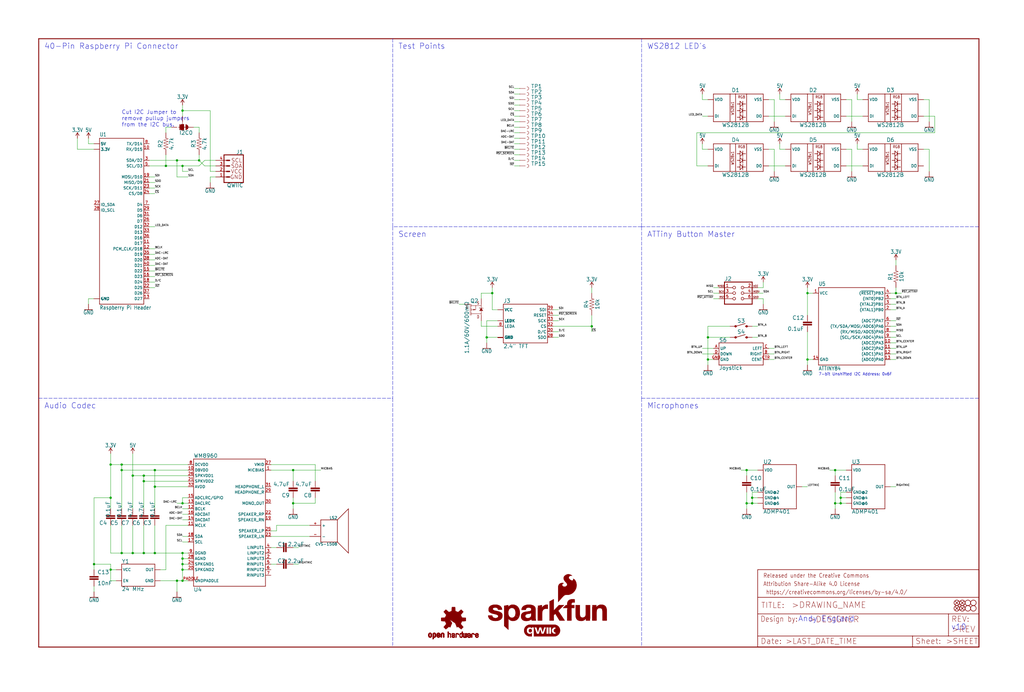
<source format=kicad_sch>
(kicad_sch (version 20211123) (generator eeschema)
  (paper "User" 470.306 317.906)
  (lib_symbols
    (symbol "schematicEagle-eagle-import:0.1UF-0603-25V-(+80{slash}-20%)"
      (property "Reference" "C" (at 1.524 2.921 0))
      (property "Value" "0.1UF-0603-25V-(+80{slash}-20%)" (at 1.524 -2.159 0))
      (symbol "0.1UF-0603-25V-(+80{slash}-20%)_1_0"
        (pin passive line (at 0 5.08 270) (length 2.54) (name "1") (number "1"))
        (pin passive line (at 0 -2.54 90) (length 2.54) (name "2") (number "2"))
      )
    )
    (symbol "schematicEagle-eagle-import:10KOHM-0603-1{slash}10W-1%"
      (property "Reference" "R" (at 0 1.524 0))
      (property "Value" "10KOHM-0603-1{slash}10W-1%" (at 0 -1.524 0))
      (symbol "10KOHM-0603-1{slash}10W-1%_1_0"
        (pin passive line (at -5.08 0 0) (length 2.54) (name "1") (number "1"))
        (pin passive line (at 5.08 0 180) (length 2.54) (name "2") (number "2"))
      )
    )
    (symbol "schematicEagle-eagle-import:10NF-0603-50V-10%"
      (property "Reference" "C" (at 1.524 2.921 0))
      (property "Value" "10NF-0603-50V-10%" (at 1.524 -2.159 0))
      (symbol "10NF-0603-50V-10%_1_0"
        (pin passive line (at 0 5.08 270) (length 2.54) (name "1") (number "1"))
        (pin passive line (at 0 -2.54 90) (length 2.54) (name "2") (number "2"))
      )
    )
    (symbol "schematicEagle-eagle-import:2.2UF-0603-10V-20%"
      (property "Reference" "C" (at 1.524 2.921 0))
      (property "Value" "2.2UF-0603-10V-20%" (at 1.524 -2.159 0))
      (symbol "2.2UF-0603-10V-20%_1_0"
        (pin passive line (at 0 5.08 270) (length 2.54) (name "1") (number "1"))
        (pin passive line (at 0 -2.54 90) (length 2.54) (name "2") (number "2"))
      )
    )
    (symbol "schematicEagle-eagle-import:3.3V" (power)
      (property "Value" "3.3V" (at 0 2.794 0))
      (symbol "3.3V_1_0"
        (pin power_in line (at 0 0 90) (length 2.54) (name "3.3V") (number "1"))
      )
    )
    (symbol "schematicEagle-eagle-import:4.7KOHM-0603-1{slash}10W-1%"
      (property "Reference" "R" (at 0 1.524 0))
      (property "Value" "4.7KOHM-0603-1{slash}10W-1%" (at 0 -1.524 0))
      (symbol "4.7KOHM-0603-1{slash}10W-1%_1_0"
        (pin passive line (at -5.08 0 0) (length 2.54) (name "1") (number "1"))
        (pin passive line (at 5.08 0 180) (length 2.54) (name "2") (number "2"))
      )
    )
    (symbol "schematicEagle-eagle-import:4.7UF-0603-6.3V-(10%)"
      (property "Reference" "C" (at 1.524 2.921 0))
      (property "Value" "4.7UF-0603-6.3V-(10%)" (at 1.524 -2.159 0))
      (symbol "4.7UF-0603-6.3V-(10%)_1_0"
        (pin passive line (at 0 5.08 270) (length 2.54) (name "1") (number "1"))
        (pin passive line (at 0 -2.54 90) (length 2.54) (name "2") (number "2"))
      )
    )
    (symbol "schematicEagle-eagle-import:4DLCD-24-320X240"
      (property "Reference" "J" (at -10.16 10.668 0))
      (property "Value" "4DLCD-24-320X240" (at -10.16 -10.16 0))
      (symbol "4DLCD-24-320X240_1_0"
        (pin bidirectional line (at -12.7 -5.08 0) (length 2.54) (name "GND") (number "1"))
        (pin bidirectional line (at -12.7 -5.08 0) (length 2.54) (name "GND") (number "11"))
        (pin bidirectional line (at -12.7 -5.08 0) (length 2.54) (name "GND") (number "12"))
        (pin bidirectional line (at -12.7 -5.08 0) (length 2.54) (name "GND") (number "13"))
        (pin bidirectional line (at -12.7 -5.08 0) (length 2.54) (name "GND") (number "14"))
        (pin bidirectional line (at -12.7 -5.08 0) (length 2.54) (name "GND") (number "15"))
        (pin bidirectional line (at -12.7 -5.08 0) (length 2.54) (name "GND") (number "16"))
        (pin bidirectional line (at -12.7 -5.08 0) (length 2.54) (name "GND") (number "17"))
        (pin bidirectional line (at -12.7 -5.08 0) (length 2.54) (name "GND") (number "18"))
        (pin bidirectional line (at -12.7 -5.08 0) (length 2.54) (name "GND") (number "19"))
        (pin bidirectional line (at -12.7 -5.08 0) (length 2.54) (name "GND") (number "20"))
        (pin bidirectional line (at -12.7 -5.08 0) (length 2.54) (name "GND") (number "21"))
        (pin bidirectional line (at -12.7 -5.08 0) (length 2.54) (name "GND") (number "22"))
        (pin bidirectional line (at -12.7 -5.08 0) (length 2.54) (name "GND") (number "23"))
        (pin bidirectional line (at -12.7 -5.08 0) (length 2.54) (name "GND") (number "24"))
        (pin bidirectional line (at -12.7 -5.08 0) (length 2.54) (name "GND") (number "25"))
        (pin bidirectional line (at -12.7 -5.08 0) (length 2.54) (name "GND") (number "26"))
        (pin bidirectional line (at -12.7 -5.08 0) (length 2.54) (name "GND") (number "27"))
        (pin bidirectional line (at 12.7 -5.08 180) (length 2.54) (name "SDO") (number "28"))
        (pin bidirectional line (at -12.7 7.62 0) (length 2.54) (name "VCC") (number "29"))
        (pin bidirectional line (at 12.7 -2.54 180) (length 2.54) (name "D/C") (number "30"))
        (pin bidirectional line (at -12.7 7.62 0) (length 2.54) (name "VCC") (number "31"))
        (pin bidirectional line (at 12.7 0 180) (length 2.54) (name "CS") (number "32"))
        (pin bidirectional line (at 12.7 2.54 180) (length 2.54) (name "SCK") (number "33"))
        (pin bidirectional line (at 12.7 5.08 180) (length 2.54) (name "RESET") (number "34"))
        (pin bidirectional line (at -12.7 7.62 0) (length 2.54) (name "VCC") (number "38"))
        (pin bidirectional line (at 12.7 7.62 180) (length 2.54) (name "SDI") (number "39"))
        (pin bidirectional line (at -12.7 2.54 0) (length 2.54) (name "LEDK") (number "4"))
        (pin bidirectional line (at -12.7 -5.08 0) (length 2.54) (name "GND") (number "40"))
        (pin bidirectional line (at -12.7 2.54 0) (length 2.54) (name "LEDK") (number "5"))
        (pin bidirectional line (at -12.7 2.54 0) (length 2.54) (name "LEDK") (number "6"))
        (pin bidirectional line (at -12.7 2.54 0) (length 2.54) (name "LEDK") (number "7"))
        (pin bidirectional line (at -12.7 0 0) (length 2.54) (name "LEDA") (number "8"))
      )
    )
    (symbol "schematicEagle-eagle-import:5V" (power)
      (property "Value" "5V" (at 0 2.794 0))
      (symbol "5V_1_0"
        (pin power_in line (at 0 0 90) (length 2.54) (name "5V") (number "1"))
      )
    )
    (symbol "schematicEagle-eagle-import:ADMP401"
      (property "Reference" "U" (at -7.62 10.414 0))
      (property "Value" "ADMP401" (at -7.62 -10.414 0))
      (symbol "ADMP401_1_0"
        (pin bidirectional line (at 10.16 0 180) (length 2.54) (name "OUT") (number "1"))
        (pin bidirectional line (at -10.16 -2.54 0) (length 2.54) (name "GND@2") (number "2"))
        (pin bidirectional line (at -10.16 -5.08 0) (length 2.54) (name "GND@4") (number "4"))
        (pin bidirectional line (at -10.16 7.62 0) (length 2.54) (name "VDD") (number "5"))
        (pin bidirectional line (at -10.16 -7.62 0) (length 2.54) (name "GND@6") (number "6"))
      )
    )
    (symbol "schematicEagle-eagle-import:ATTINY84"
      (property "Reference" "U" (at -15.24 18.542 0))
      (property "Value" "ATTINY84" (at -15.24 -20.32 0))
      (symbol "ATTINY84_1_0"
        (pin bidirectional line (at -17.78 15.24 0) (length 2.54) (name "VCC") (number "1"))
        (pin bidirectional line (at 17.78 -7.62 180) (length 2.54) (name "(ADC3)PA3") (number "10"))
        (pin bidirectional line (at 17.78 -10.16 180) (length 2.54) (name "(ADC2)PA2") (number "11"))
        (pin bidirectional line (at 17.78 -12.7 180) (length 2.54) (name "(ADC1)PA1") (number "12"))
        (pin bidirectional line (at 17.78 -15.24 180) (length 2.54) (name "(ADC0)PA0") (number "13"))
        (pin bidirectional line (at -17.78 -15.24 0) (length 2.54) (name "GND") (number "14"))
        (pin bidirectional line (at 17.78 7.62 180) (length 2.54) (name "(XTAL1)PB0") (number "2"))
        (pin bidirectional line (at 17.78 10.16 180) (length 2.54) (name "(XTAL2)PB1") (number "3"))
        (pin bidirectional line (at 17.78 15.24 180) (length 2.54) (name "(~{RESET})PB3") (number "4"))
        (pin bidirectional line (at 17.78 12.7 180) (length 2.54) (name "(INT0)PB2") (number "5"))
        (pin bidirectional line (at 17.78 2.54 180) (length 2.54) (name "(ADC7)PA7") (number "6"))
        (pin bidirectional line (at 17.78 0 180) (length 2.54) (name "(TX/SDA/MOSI/ADC6)PA6") (number "7"))
        (pin bidirectional line (at 17.78 -2.54 180) (length 2.54) (name "(RX/MISO/ADC5)PA5") (number "8"))
        (pin bidirectional line (at 17.78 -5.08 180) (length 2.54) (name "(SCL/SCK/ADC4)PA4") (number "9"))
      )
    )
    (symbol "schematicEagle-eagle-import:AVR_SPI_PROG_3X2TESTPOINTS"
      (property "Reference" "J" (at -5.08 5.588 0))
      (property "Value" "AVR_SPI_PROG_3X2TESTPOINTS" (at -5.08 -7.366 0))
      (symbol "AVR_SPI_PROG_3X2TESTPOINTS_1_0"
        (text "GND" (at 8.001 -2.286 0) (effects (font (size 0.8128 0.8128)) (justify left bottom)))
        (text "MISO" (at -5.207 2.794 0) (effects (font (size 0.8128 0.8128)) (justify right bottom)))
        (text "MOSI" (at 8.001 0.254 0) (effects (font (size 0.8128 0.8128)) (justify left bottom)))
        (text "RST" (at -5.08 -2.286 0) (effects (font (size 0.8128 0.8128)) (justify right bottom)))
        (text "SCK" (at -5.207 0.254 0) (effects (font (size 0.8128 0.8128)) (justify right bottom)))
        (text "VCC" (at 8.001 2.794 0) (effects (font (size 0.8128 0.8128)) (justify left bottom)))
        (pin passive inverted (at -7.62 2.54 0) (length 7.62) (name "1") (number "1"))
        (pin passive inverted (at 10.16 2.54 180) (length 7.62) (name "2") (number "2"))
        (pin passive inverted (at -7.62 0 0) (length 7.62) (name "3") (number "3"))
        (pin passive inverted (at 10.16 0 180) (length 7.62) (name "4") (number "4"))
        (pin passive inverted (at -7.62 -2.54 0) (length 7.62) (name "5") (number "5"))
        (pin passive inverted (at 10.16 -2.54 180) (length 7.62) (name "6") (number "6"))
      )
    )
    (symbol "schematicEagle-eagle-import:FIDUCIAL1X2")
    (symbol "schematicEagle-eagle-import:FRAME-LEDGER"
      (symbol "FRAME-LEDGER_2_0"
        (text " https://creativecommons.org/licenses/by-sa/4.0/" (at 2.54 24.13 0) (effects (font (size 1.9304 1.6408)) (justify left bottom)))
        (text ">DESIGNER" (at 23.114 11.176 0) (effects (font (size 2.7432 2.7432)) (justify left bottom)))
        (text ">DRAWING_NAME" (at 15.494 17.78 0) (effects (font (size 2.7432 2.7432)) (justify left bottom)))
        (text ">LAST_DATE_TIME" (at 12.7 1.27 0) (effects (font (size 2.54 2.54)) (justify left bottom)))
        (text ">REV" (at 88.9 6.604 0) (effects (font (size 2.7432 2.7432)) (justify left bottom)))
        (text ">SHEET" (at 86.36 1.27 0) (effects (font (size 2.54 2.54)) (justify left bottom)))
        (text "Attribution Share-Alike 4.0 License" (at 2.54 27.94 0) (effects (font (size 1.9304 1.6408)) (justify left bottom)))
        (text "Date:" (at 1.27 1.27 0) (effects (font (size 2.54 2.54)) (justify left bottom)))
        (text "Design by:" (at 1.27 11.43 0) (effects (font (size 2.54 2.159)) (justify left bottom)))
        (text "Released under the Creative Commons" (at 2.54 31.75 0) (effects (font (size 1.9304 1.6408)) (justify left bottom)))
        (text "REV:" (at 88.9 11.43 0) (effects (font (size 2.54 2.54)) (justify left bottom)))
        (text "Sheet:" (at 72.39 1.27 0) (effects (font (size 2.54 2.54)) (justify left bottom)))
        (text "TITLE:" (at 1.524 17.78 0) (effects (font (size 2.54 2.54)) (justify left bottom)))
      )
    )
    (symbol "schematicEagle-eagle-import:GND" (power)
      (property "Value" "GND" (at 0 -0.254 0))
      (symbol "GND_1_0"
        (pin power_in line (at 0 2.54 270) (length 2.54) (name "GND") (number "1"))
      )
    )
    (symbol "schematicEagle-eagle-import:JOYSTICK_MINI"
      (property "Reference" "S" (at -10.16 5.334 0))
      (property "Value" "JOYSTICK_MINI" (at -10.16 -5.334 0))
      (symbol "JOYSTICK_MINI_1_0"
        (pin bidirectional line (at -12.7 2.54 0) (length 2.54) (name "UP") (number "A"))
        (pin bidirectional line (at 12.7 0 180) (length 2.54) (name "RIGHT") (number "B"))
        (pin bidirectional line (at 12.7 2.54 180) (length 2.54) (name "LEFT") (number "C"))
        (pin bidirectional line (at 12.7 -2.54 180) (length 2.54) (name "CENT") (number "CTR"))
        (pin bidirectional line (at -12.7 0 0) (length 2.54) (name "DOWN") (number "D"))
        (pin bidirectional line (at -12.7 -2.54 0) (length 2.54) (name "GND") (number "GND"))
      )
    )
    (symbol "schematicEagle-eagle-import:JUMPER-SMT_3_2-NC_TRACE_NO-SILK"
      (property "Reference" "JP" (at 2.54 0.381 0))
      (property "Value" "JUMPER-SMT_3_2-NC_TRACE_NO-SILK" (at 2.54 -0.381 0))
      (symbol "JUMPER-SMT_3_2-NC_TRACE_NO-SILK_1_0"
        (pin passive line (at 0 5.08 270) (length 2.54) (name "1") (number "1"))
        (pin passive line (at -5.08 0 0) (length 2.54) (name "2") (number "2"))
        (pin passive line (at 0 -5.08 90) (length 2.54) (name "3") (number "3"))
      )
    )
    (symbol "schematicEagle-eagle-import:MOMENTARY-SWITCH-SPST-SMD-5.2MM-TALL"
      (property "Reference" "S" (at 0 1.524 0))
      (property "Value" "MOMENTARY-SWITCH-SPST-SMD-5.2MM-TALL" (at 0 -0.508 0))
      (symbol "MOMENTARY-SWITCH-SPST-SMD-5.2MM-TALL_1_0"
        (pin passive line (at -5.08 0 0) (length 2.54) (name "1") (number "1"))
        (pin passive line (at 5.08 0 180) (length 2.54) (name "2") (number "3"))
      )
    )
    (symbol "schematicEagle-eagle-import:MOSFET_PCH-SI2309DS"
      (property "Reference" "Q" (at 5.08 0 0))
      (property "Value" "MOSFET_PCH-SI2309DS" (at 5.08 -2.54 0))
      (symbol "MOSFET_PCH-SI2309DS_1_0"
        (text "D" (at 0.508 2.54 0) (effects (font (size 1.27 1.0795)) (justify left bottom)))
        (text "G" (at -3.302 -0.508 0) (effects (font (size 1.27 1.0795)) (justify right top)))
        (text "S" (at 0.508 -3.81 0) (effects (font (size 1.27 1.0795)) (justify left bottom)))
        (pin bidirectional line (at -5.08 -2.54 0) (length 2.54) (name "G") (number "1"))
        (pin bidirectional line (at 2.54 -5.08 90) (length 2.54) (name "S") (number "2"))
        (pin bidirectional line (at 2.54 5.08 270) (length 2.54) (name "D") (number "3"))
      )
    )
    (symbol "schematicEagle-eagle-import:OSCILLATOR-24MHZ"
      (property "Reference" "Y" (at -7.62 5.334 0))
      (property "Value" "OSCILLATOR-24MHZ" (at -7.62 -5.334 0))
      (symbol "OSCILLATOR-24MHZ_1_0"
        (pin bidirectional line (at -10.16 -2.54 0) (length 2.54) (name "EN") (number "1"))
        (pin bidirectional line (at 10.16 -2.54 180) (length 2.54) (name "GND") (number "2"))
        (pin bidirectional line (at 10.16 2.54 180) (length 2.54) (name "OUT") (number "3"))
        (pin bidirectional line (at -10.16 2.54 0) (length 2.54) (name "VCC") (number "4"))
      )
    )
    (symbol "schematicEagle-eagle-import:OSHW-LOGOS")
    (symbol "schematicEagle-eagle-import:QWIIC_CONNECTORJS-1MM"
      (property "Reference" "J" (at -5.08 7.874 0))
      (property "Value" "QWIIC_CONNECTORJS-1MM" (at -5.08 -5.334 0))
      (symbol "QWIIC_CONNECTORJS-1MM_1_0"
        (text "GND" (at -4.572 -2.54 0) (effects (font (size 1.778 1.778)) (justify left)))
        (text "SCL" (at -4.572 5.08 0) (effects (font (size 1.778 1.778)) (justify left)))
        (text "SDA" (at -4.572 2.54 0) (effects (font (size 1.778 1.778)) (justify left)))
        (text "VCC" (at -4.572 0 0) (effects (font (size 1.778 1.778)) (justify left)))
        (pin power_in line (at 7.62 -2.54 180) (length 5.08) (name "1") (number "1"))
        (pin power_in line (at 7.62 0 180) (length 5.08) (name "2") (number "2"))
        (pin passive line (at 7.62 2.54 180) (length 5.08) (name "3") (number "3"))
        (pin passive line (at 7.62 5.08 180) (length 5.08) (name "4") (number "4"))
      )
    )
    (symbol "schematicEagle-eagle-import:QWIIC_LOGO_4MM")
    (symbol "schematicEagle-eagle-import:RASPBERRY_PI_40BTM-NOHOLES"
      (property "Reference" "U" (at -10.16 38.862 0))
      (property "Value" "RASPBERRY_PI_40BTM-NOHOLES" (at -10.16 -40.64 0))
      (symbol "RASPBERRY_PI_40BTM-NOHOLES_1_0"
        (pin bidirectional line (at -12.7 33.02 0) (length 2.54) (name "3.3V") (number "1"))
        (pin bidirectional line (at 12.7 33.02 180) (length 2.54) (name "RX/D15") (number "10"))
        (pin bidirectional line (at 12.7 -10.16 180) (length 2.54) (name "D17") (number "11"))
        (pin bidirectional line (at 12.7 -12.7 180) (length 2.54) (name "PCM_CLK/D18") (number "12"))
        (pin bidirectional line (at 12.7 -35.56 180) (length 2.54) (name "D27") (number "13"))
        (pin bidirectional line (at -12.7 -35.56 0) (length 2.54) (name "GND") (number "14"))
        (pin bidirectional line (at 12.7 -22.86 180) (length 2.54) (name "D22") (number "15"))
        (pin bidirectional line (at 12.7 -25.4 180) (length 2.54) (name "D23") (number "16"))
        (pin bidirectional line (at -12.7 33.02 0) (length 2.54) (name "3.3V") (number "17"))
        (pin bidirectional line (at 12.7 -27.94 180) (length 2.54) (name "D24") (number "18"))
        (pin bidirectional line (at 12.7 20.32 180) (length 2.54) (name "MOSI/D10") (number "19"))
        (pin bidirectional line (at -12.7 35.56 0) (length 2.54) (name "5V") (number "2"))
        (pin bidirectional line (at -12.7 -35.56 0) (length 2.54) (name "GND") (number "20"))
        (pin bidirectional line (at 12.7 17.78 180) (length 2.54) (name "MISO/D9") (number "21"))
        (pin bidirectional line (at 12.7 -30.48 180) (length 2.54) (name "D25") (number "22"))
        (pin bidirectional line (at 12.7 15.24 180) (length 2.54) (name "SCK/D11") (number "23"))
        (pin bidirectional line (at 12.7 12.7 180) (length 2.54) (name "CS/D8") (number "24"))
        (pin bidirectional line (at -12.7 -35.56 0) (length 2.54) (name "GND") (number "25"))
        (pin bidirectional line (at 12.7 0 180) (length 2.54) (name "D7") (number "26"))
        (pin bidirectional line (at -12.7 7.62 0) (length 2.54) (name "ID_SDA") (number "27"))
        (pin bidirectional line (at -12.7 5.08 0) (length 2.54) (name "ID_SCL") (number "28"))
        (pin bidirectional line (at 12.7 5.08 180) (length 2.54) (name "D5") (number "29"))
        (pin bidirectional line (at 12.7 27.94 180) (length 2.54) (name "SDA/D2") (number "3"))
        (pin bidirectional line (at -12.7 -35.56 0) (length 2.54) (name "GND") (number "30"))
        (pin bidirectional line (at 12.7 2.54 180) (length 2.54) (name "D6") (number "31"))
        (pin bidirectional line (at 12.7 -2.54 180) (length 2.54) (name "D12") (number "32"))
        (pin bidirectional line (at 12.7 -5.08 180) (length 2.54) (name "D13") (number "33"))
        (pin bidirectional line (at -12.7 -35.56 0) (length 2.54) (name "GND") (number "34"))
        (pin bidirectional line (at 12.7 -15.24 180) (length 2.54) (name "D19") (number "35"))
        (pin bidirectional line (at 12.7 -7.62 180) (length 2.54) (name "D16") (number "36"))
        (pin bidirectional line (at 12.7 -33.02 180) (length 2.54) (name "D26") (number "37"))
        (pin bidirectional line (at 12.7 -17.78 180) (length 2.54) (name "D20") (number "38"))
        (pin bidirectional line (at -12.7 -35.56 0) (length 2.54) (name "GND") (number "39"))
        (pin bidirectional line (at -12.7 35.56 0) (length 2.54) (name "5V") (number "4"))
        (pin bidirectional line (at 12.7 -20.32 180) (length 2.54) (name "D21") (number "40"))
        (pin bidirectional line (at 12.7 25.4 180) (length 2.54) (name "SCL/D3") (number "5"))
        (pin bidirectional line (at -12.7 -35.56 0) (length 2.54) (name "GND") (number "6"))
        (pin bidirectional line (at 12.7 7.62 180) (length 2.54) (name "D4") (number "7"))
        (pin bidirectional line (at 12.7 35.56 180) (length 2.54) (name "TX/D14") (number "8"))
        (pin bidirectional line (at -12.7 -35.56 0) (length 2.54) (name "GND") (number "9"))
      )
    )
    (symbol "schematicEagle-eagle-import:SFE_LOGO_NAME_FLAME.4_INCH")
    (symbol "schematicEagle-eagle-import:SPEAKERCVS-1508"
      (property "Reference" "LS" (at 2.54 5.334 0))
      (property "Value" "SPEAKERCVS-1508" (at 2.54 -5.334 0))
      (symbol "SPEAKERCVS-1508_1_0"
        (pin bidirectional line (at -10.16 2.54 0) (length 5.08) (name "+") (number "+"))
        (pin bidirectional line (at -10.16 -2.54 0) (length 5.08) (name "-") (number "-"))
      )
    )
    (symbol "schematicEagle-eagle-import:STAND-OFFTIGHT")
    (symbol "schematicEagle-eagle-import:TEST-POINT3X5"
      (property "Reference" "TP" (at -2.54 2.54 0))
      (property "Value" "TEST-POINT3X5" (at -2.54 -2.54 0))
      (symbol "TEST-POINT3X5_1_0"
        (pin bidirectional line (at 0 0 180) (length 0) (name "1") (number "P$1"))
      )
    )
    (symbol "schematicEagle-eagle-import:WM8960"
      (property "Reference" "U" (at -15.24 -33.02 0))
      (property "Value" "WM8960" (at -15.24 28.448 0))
      (symbol "WM8960_1_0"
        (pin bidirectional line (at 20.32 22.86 180) (length 2.54) (name "MICBIAS") (number "1"))
        (pin bidirectional line (at -17.78 22.86 0) (length 2.54) (name "DBVDD") (number "10"))
        (pin bidirectional line (at -17.78 -2.54 0) (length 2.54) (name "MCLK") (number "11"))
        (pin bidirectional line (at -17.78 5.08 0) (length 2.54) (name "BCLK") (number "12"))
        (pin bidirectional line (at -17.78 7.62 0) (length 2.54) (name "DACLRC") (number "13"))
        (pin bidirectional line (at -17.78 0 0) (length 2.54) (name "DACDAT") (number "14"))
        (pin bidirectional line (at -17.78 10.16 0) (length 2.54) (name "ADCLRC/GPIO") (number "15"))
        (pin bidirectional line (at -17.78 2.54 0) (length 2.54) (name "ADCDAT") (number "16"))
        (pin bidirectional line (at -17.78 -10.16 0) (length 2.54) (name "SCL") (number "17"))
        (pin bidirectional line (at -17.78 -7.62 0) (length 2.54) (name "SDA") (number "18"))
        (pin bidirectional line (at 20.32 0 180) (length 2.54) (name "SPEAKER_RN") (number "19"))
        (pin bidirectional line (at 20.32 -17.78 180) (length 2.54) (name "LINPUT3") (number "2"))
        (pin bidirectional line (at -17.78 -22.86 0) (length 2.54) (name "SPKGND2") (number "20"))
        (pin bidirectional line (at -17.78 17.78 0) (length 2.54) (name "SPKVDD2") (number "21"))
        (pin bidirectional line (at 20.32 2.54 180) (length 2.54) (name "SPEAKER_RP") (number "22"))
        (pin bidirectional line (at 20.32 -7.62 180) (length 2.54) (name "SPEAKER_LN") (number "23"))
        (pin bidirectional line (at -17.78 -20.32 0) (length 2.54) (name "SPKGND1") (number "24"))
        (pin bidirectional line (at 20.32 -5.08 180) (length 2.54) (name "SPEAKER_LP") (number "25"))
        (pin bidirectional line (at -17.78 20.32 0) (length 2.54) (name "SPKVDD1") (number "26"))
        (pin bidirectional line (at 20.32 25.4 180) (length 2.54) (name "VMID") (number "27"))
        (pin bidirectional line (at -17.78 -17.78 0) (length 2.54) (name "AGND") (number "28"))
        (pin bidirectional line (at 20.32 12.7 180) (length 2.54) (name "HEADPHONE_R") (number "29"))
        (pin bidirectional line (at 20.32 -15.24 180) (length 2.54) (name "LINPUT2") (number "3"))
        (pin bidirectional line (at 20.32 7.62 180) (length 2.54) (name "MONO_OUT") (number "30"))
        (pin bidirectional line (at 20.32 15.24 180) (length 2.54) (name "HEADPHONE_L") (number "31"))
        (pin bidirectional line (at -17.78 15.24 0) (length 2.54) (name "AVDD") (number "32"))
        (pin bidirectional line (at 20.32 -12.7 180) (length 2.54) (name "LINPUT1") (number "4"))
        (pin bidirectional line (at 20.32 -20.32 180) (length 2.54) (name "RINPUT1") (number "5"))
        (pin bidirectional line (at 20.32 -22.86 180) (length 2.54) (name "RINPUT2") (number "6"))
        (pin bidirectional line (at 20.32 -25.4 180) (length 2.54) (name "RINPUT3") (number "7"))
        (pin bidirectional line (at -17.78 25.4 0) (length 2.54) (name "DCVDD") (number "8"))
        (pin bidirectional line (at -17.78 -15.24 0) (length 2.54) (name "DGND") (number "9"))
        (pin bidirectional line (at -17.78 -27.94 0) (length 2.54) (name "GNDPADDLE") (number "PADDLE"))
      )
    )
    (symbol "schematicEagle-eagle-import:WS2812B"
      (property "Reference" "D" (at -2.54 8.382 0))
      (property "Value" "WS2812B" (at -2.54 -7.62 0))
      (symbol "WS2812B_1_0"
        (text "RGB" (at -1.524 5.5118 0) (effects (font (size 1.27 1.0795)) (justify left bottom)))
        (text "WS28x1" (at -3.175 -2.159 900) (effects (font (size 1.27 1.0795)) (justify left bottom)))
        (pin bidirectional line (at -15.24 5.08 0) (length 2.54) (name "VDD") (number "1"))
        (pin bidirectional line (at 12.7 -2.54 180) (length 2.54) (name "DO") (number "2"))
        (pin bidirectional line (at 12.7 5.08 180) (length 2.54) (name "VSS") (number "3"))
        (pin bidirectional line (at -15.24 -2.54 0) (length 2.54) (name "DI") (number "4"))
      )
    )
  )
  (junction (at 83.82 76.2))
  (junction (at 325.12 154.94))
  (junction (at 345.44 231.14))
  (junction (at 66.04 220.98))
  (junction (at 60.96 218.44))
  (junction (at 91.44 73.66))
  (junction (at 50.8 261.62))
  (junction (at 134.62 231.14))
  (junction (at 411.48 134.62))
  (junction (at 55.88 254))
  (junction (at 342.9 215.9))
  (junction (at 81.28 266.7))
  (junction (at 60.96 254))
  (junction (at 223.52 154.94))
  (junction (at 134.62 215.9))
  (junction (at 66.04 254))
  (junction (at 50.8 228.6))
  (junction (at 271.78 149.86))
  (junction (at 345.44 228.6))
  (junction (at 43.18 259.08))
  (junction (at 71.12 254))
  (junction (at 50.8 213.36))
  (junction (at 226.06 134.62))
  (junction (at 370.84 134.62))
  (junction (at 66.04 218.44))
  (junction (at 342.9 231.14))
  (junction (at 83.82 256.54))
  (junction (at 83.82 259.08))
  (junction (at 83.82 254))
  (junction (at 383.54 215.9))
  (junction (at 81.28 73.66))
  (junction (at 383.54 231.14))
  (junction (at 83.82 231.14))
  (junction (at 55.88 213.36))
  (junction (at 83.82 266.7))
  (junction (at 370.84 165.1))
  (junction (at 386.08 228.6))
  (junction (at 325.12 165.1))
  (junction (at 71.12 223.52))
  (junction (at 71.12 215.9))
  (junction (at 55.88 215.9))
  (junction (at 386.08 231.14))
  (junction (at 83.82 261.62))
  (junction (at 83.82 50.8))
  (junction (at 76.2 76.2))
  (wire (pts (xy 134.62 259.08) (xy 137.16 259.08)))
  (polyline (pts (xy 294.64 104.14) (xy 449.58 104.14)))
  (wire (pts (xy 83.82 48.26) (xy 83.82 50.8)))
  (wire (pts (xy 368.3 223.52) (xy 370.84 223.52)))
  (wire (pts (xy 86.36 233.68) (xy 83.82 233.68)))
  (wire (pts (xy 271.78 132.08) (xy 271.78 134.62)))
  (wire (pts (xy 83.82 256.54) (xy 83.82 259.08)))
  (wire (pts (xy 383.54 231.14) (xy 383.54 233.68)))
  (wire (pts (xy 43.18 68.58) (xy 35.56 68.58)))
  (wire (pts (xy 60.96 241.3) (xy 60.96 254)))
  (wire (pts (xy 40.64 66.04) (xy 40.64 63.5)))
  (wire (pts (xy 238.76 50.8) (xy 236.22 50.8)))
  (wire (pts (xy 127 243.84) (xy 127 241.3)))
  (wire (pts (xy 411.48 134.62) (xy 411.48 132.08)))
  (wire (pts (xy 76.2 71.12) (xy 76.2 76.2)))
  (wire (pts (xy 83.82 266.7) (xy 86.36 266.7)))
  (wire (pts (xy 68.58 116.84) (xy 71.12 116.84)))
  (wire (pts (xy 99.06 78.74) (xy 96.52 78.74)))
  (wire (pts (xy 86.36 248.92) (xy 83.82 248.92)))
  (wire (pts (xy 370.84 134.62) (xy 370.84 144.78)))
  (wire (pts (xy 347.98 132.08) (xy 350.52 132.08)))
  (wire (pts (xy 353.06 68.58) (xy 355.6 68.58)))
  (wire (pts (xy 81.28 266.7) (xy 83.82 266.7)))
  (wire (pts (xy 76.2 76.2) (xy 68.58 76.2)))
  (polyline (pts (xy 294.64 182.88) (xy 449.58 182.88)))
  (wire (pts (xy 254 142.24) (xy 256.54 142.24)))
  (wire (pts (xy 81.28 73.66) (xy 91.44 73.66)))
  (wire (pts (xy 355.6 45.72) (xy 355.6 55.88)))
  (wire (pts (xy 43.18 269.24) (xy 43.18 271.78)))
  (wire (pts (xy 93.98 73.66) (xy 91.44 76.2)))
  (wire (pts (xy 383.54 218.44) (xy 383.54 215.9)))
  (wire (pts (xy 330.2 137.16) (xy 327.66 137.16)))
  (wire (pts (xy 124.46 246.38) (xy 142.24 246.38)))
  (wire (pts (xy 254 147.32) (xy 256.54 147.32)))
  (wire (pts (xy 223.52 154.94) (xy 228.6 154.94)))
  (wire (pts (xy 81.28 73.66) (xy 81.28 81.28)))
  (wire (pts (xy 254 144.78) (xy 256.54 144.78)))
  (wire (pts (xy 86.36 259.08) (xy 83.82 259.08)))
  (wire (pts (xy 388.62 215.9) (xy 383.54 215.9)))
  (wire (pts (xy 71.12 223.52) (xy 71.12 233.68)))
  (wire (pts (xy 355.6 68.58) (xy 355.6 78.74)))
  (wire (pts (xy 325.12 149.86) (xy 325.12 154.94)))
  (wire (pts (xy 55.88 254) (xy 50.8 254)))
  (wire (pts (xy 360.68 76.2) (xy 353.06 76.2)))
  (wire (pts (xy 66.04 218.44) (xy 60.96 218.44)))
  (wire (pts (xy 408.94 137.16) (xy 411.48 137.16)))
  (wire (pts (xy 383.54 215.9) (xy 381 215.9)))
  (wire (pts (xy 345.44 154.94) (xy 347.98 154.94)))
  (wire (pts (xy 60.96 218.44) (xy 60.96 233.68)))
  (wire (pts (xy 228.6 147.32) (xy 223.52 147.32)))
  (wire (pts (xy 50.8 213.36) (xy 50.8 228.6)))
  (wire (pts (xy 254 149.86) (xy 271.78 149.86)))
  (wire (pts (xy 55.88 213.36) (xy 50.8 213.36)))
  (wire (pts (xy 68.58 121.92) (xy 71.12 121.92)))
  (wire (pts (xy 408.94 152.4) (xy 411.48 152.4)))
  (wire (pts (xy 373.38 134.62) (xy 370.84 134.62)))
  (wire (pts (xy 254 154.94) (xy 256.54 154.94)))
  (wire (pts (xy 360.68 68.58) (xy 358.14 68.58)))
  (wire (pts (xy 83.82 78.74) (xy 86.36 78.74)))
  (wire (pts (xy 411.48 134.62) (xy 414.02 134.62)))
  (wire (pts (xy 360.68 53.34) (xy 353.06 53.34)))
  (wire (pts (xy 73.66 266.7) (xy 81.28 266.7)))
  (wire (pts (xy 144.78 228.6) (xy 144.78 231.14)))
  (wire (pts (xy 358.14 45.72) (xy 358.14 43.18)))
  (wire (pts (xy 358.14 68.58) (xy 358.14 66.04)))
  (wire (pts (xy 66.04 220.98) (xy 66.04 218.44)))
  (wire (pts (xy 86.36 254) (xy 83.82 254)))
  (wire (pts (xy 134.62 215.9) (xy 147.32 215.9)))
  (wire (pts (xy 83.82 238.76) (xy 86.36 238.76)))
  (wire (pts (xy 88.9 58.42) (xy 91.44 58.42)))
  (wire (pts (xy 424.18 45.72) (xy 426.72 45.72)))
  (wire (pts (xy 345.44 231.14) (xy 342.9 231.14)))
  (wire (pts (xy 345.44 228.6) (xy 345.44 231.14)))
  (wire (pts (xy 226.06 142.24) (xy 228.6 142.24)))
  (wire (pts (xy 238.76 73.66) (xy 236.22 73.66)))
  (wire (pts (xy 408.94 154.94) (xy 411.48 154.94)))
  (wire (pts (xy 68.58 81.28) (xy 71.12 81.28)))
  (wire (pts (xy 391.16 45.72) (xy 391.16 55.88)))
  (wire (pts (xy 226.06 132.08) (xy 226.06 134.62)))
  (wire (pts (xy 342.9 226.06) (xy 342.9 231.14)))
  (wire (pts (xy 236.22 43.18) (xy 238.76 43.18)))
  (wire (pts (xy 386.08 231.14) (xy 383.54 231.14)))
  (wire (pts (xy 345.44 226.06) (xy 345.44 228.6)))
  (wire (pts (xy 238.76 63.5) (xy 236.22 63.5)))
  (wire (pts (xy 68.58 104.14) (xy 71.12 104.14)))
  (wire (pts (xy 408.94 142.24) (xy 411.48 142.24)))
  (wire (pts (xy 50.8 266.7) (xy 53.34 266.7)))
  (wire (pts (xy 91.44 71.12) (xy 91.44 73.66)))
  (wire (pts (xy 238.76 48.26) (xy 236.22 48.26)))
  (wire (pts (xy 360.68 45.72) (xy 358.14 45.72)))
  (wire (pts (xy 134.62 215.9) (xy 134.62 220.98)))
  (wire (pts (xy 408.94 149.86) (xy 411.48 149.86)))
  (polyline (pts (xy 180.34 17.78) (xy 180.34 104.14)))
  (wire (pts (xy 83.82 76.2) (xy 83.82 78.74)))
  (wire (pts (xy 124.46 215.9) (xy 134.62 215.9)))
  (wire (pts (xy 226.06 134.62) (xy 220.98 134.62)))
  (wire (pts (xy 68.58 83.82) (xy 71.12 83.82)))
  (wire (pts (xy 429.26 53.34) (xy 429.26 60.96)))
  (wire (pts (xy 43.18 228.6) (xy 50.8 228.6)))
  (wire (pts (xy 388.62 226.06) (xy 386.08 226.06)))
  (wire (pts (xy 83.82 50.8) (xy 83.82 53.34)))
  (wire (pts (xy 81.28 81.28) (xy 86.36 81.28)))
  (wire (pts (xy 220.98 137.16) (xy 220.98 134.62)))
  (wire (pts (xy 83.82 261.62) (xy 83.82 266.7)))
  (wire (pts (xy 325.12 167.64) (xy 325.12 165.1)))
  (wire (pts (xy 83.82 254) (xy 83.82 256.54)))
  (wire (pts (xy 330.2 134.62) (xy 327.66 134.62)))
  (wire (pts (xy 99.06 73.66) (xy 93.98 73.66)))
  (wire (pts (xy 68.58 86.36) (xy 71.12 86.36)))
  (wire (pts (xy 238.76 40.64) (xy 236.22 40.64)))
  (wire (pts (xy 383.54 226.06) (xy 383.54 231.14)))
  (wire (pts (xy 144.78 213.36) (xy 144.78 220.98)))
  (wire (pts (xy 124.46 243.84) (xy 127 243.84)))
  (wire (pts (xy 238.76 60.96) (xy 236.22 60.96)))
  (wire (pts (xy 91.44 58.42) (xy 91.44 60.96)))
  (wire (pts (xy 396.24 45.72) (xy 393.7 45.72)))
  (wire (pts (xy 43.18 137.16) (xy 40.64 137.16)))
  (wire (pts (xy 81.28 231.14) (xy 83.82 231.14)))
  (wire (pts (xy 66.04 254) (xy 60.96 254)))
  (wire (pts (xy 81.28 271.78) (xy 81.28 266.7)))
  (wire (pts (xy 50.8 213.36) (xy 50.8 208.28)))
  (wire (pts (xy 50.8 228.6) (xy 50.8 233.68)))
  (wire (pts (xy 134.62 251.46) (xy 137.16 251.46)))
  (wire (pts (xy 83.82 76.2) (xy 76.2 76.2)))
  (wire (pts (xy 386.08 228.6) (xy 386.08 231.14)))
  (wire (pts (xy 96.52 81.28) (xy 96.52 83.82)))
  (wire (pts (xy 325.12 53.34) (xy 322.58 53.34)))
  (wire (pts (xy 353.06 45.72) (xy 355.6 45.72)))
  (wire (pts (xy 238.76 45.72) (xy 236.22 45.72)))
  (wire (pts (xy 353.06 162.56) (xy 355.6 162.56)))
  (wire (pts (xy 396.24 76.2) (xy 388.62 76.2)))
  (wire (pts (xy 220.98 147.32) (xy 220.98 149.86)))
  (wire (pts (xy 35.56 68.58) (xy 35.56 63.5)))
  (wire (pts (xy 68.58 127) (xy 71.12 127)))
  (wire (pts (xy 426.72 45.72) (xy 426.72 55.88)))
  (wire (pts (xy 393.7 68.58) (xy 393.7 66.04)))
  (wire (pts (xy 86.36 218.44) (xy 66.04 218.44)))
  (wire (pts (xy 396.24 68.58) (xy 393.7 68.58)))
  (wire (pts (xy 83.82 228.6) (xy 86.36 228.6)))
  (wire (pts (xy 408.94 165.1) (xy 411.48 165.1)))
  (wire (pts (xy 86.36 223.52) (xy 71.12 223.52)))
  (wire (pts (xy 408.94 157.48) (xy 411.48 157.48)))
  (wire (pts (xy 327.66 162.56) (xy 322.58 162.56)))
  (wire (pts (xy 396.24 53.34) (xy 388.62 53.34)))
  (wire (pts (xy 127 241.3) (xy 142.24 241.3)))
  (wire (pts (xy 55.88 215.9) (xy 55.88 213.36)))
  (wire (pts (xy 60.96 254) (xy 55.88 254)))
  (wire (pts (xy 342.9 218.44) (xy 342.9 215.9)))
  (wire (pts (xy 228.6 149.86) (xy 220.98 149.86)))
  (wire (pts (xy 40.64 137.16) (xy 40.64 139.7)))
  (wire (pts (xy 238.76 58.42) (xy 236.22 58.42)))
  (wire (pts (xy 86.36 261.62) (xy 83.82 261.62)))
  (wire (pts (xy 238.76 76.2) (xy 236.22 76.2)))
  (wire (pts (xy 411.48 119.38) (xy 411.48 121.92)))
  (wire (pts (xy 55.88 215.9) (xy 55.88 233.68)))
  (wire (pts (xy 370.84 152.4) (xy 370.84 165.1)))
  (wire (pts (xy 96.52 50.8) (xy 83.82 50.8)))
  (wire (pts (xy 271.78 144.78) (xy 271.78 149.86)))
  (wire (pts (xy 271.78 149.86) (xy 271.78 152.4)))
  (wire (pts (xy 86.36 256.54) (xy 83.82 256.54)))
  (wire (pts (xy 71.12 215.9) (xy 55.88 215.9)))
  (wire (pts (xy 342.9 231.14) (xy 342.9 233.68)))
  (wire (pts (xy 342.9 215.9) (xy 340.36 215.9)))
  (wire (pts (xy 223.52 147.32) (xy 223.52 154.94)))
  (wire (pts (xy 68.58 129.54) (xy 71.12 129.54)))
  (wire (pts (xy 86.36 241.3) (xy 76.2 241.3)))
  (wire (pts (xy 320.04 60.96) (xy 320.04 76.2)))
  (wire (pts (xy 76.2 60.96) (xy 76.2 58.42)))
  (wire (pts (xy 124.46 251.46) (xy 127 251.46)))
  (wire (pts (xy 53.34 261.62) (xy 50.8 261.62)))
  (polyline (pts (xy 17.78 182.88) (xy 180.34 182.88)))
  (wire (pts (xy 335.28 149.86) (xy 325.12 149.86)))
  (wire (pts (xy 71.12 223.52) (xy 71.12 215.9)))
  (wire (pts (xy 408.94 223.52) (xy 411.48 223.52)))
  (wire (pts (xy 322.58 45.72) (xy 322.58 43.18)))
  (wire (pts (xy 60.96 218.44) (xy 60.96 208.28)))
  (wire (pts (xy 408.94 139.7) (xy 411.48 139.7)))
  (wire (pts (xy 236.22 55.88) (xy 238.76 55.88)))
  (wire (pts (xy 43.18 259.08) (xy 50.8 259.08)))
  (wire (pts (xy 91.44 76.2) (xy 83.82 76.2)))
  (polyline (pts (xy 180.34 104.14) (xy 180.34 182.88)))
  (wire (pts (xy 83.82 228.6) (xy 83.82 231.14)))
  (wire (pts (xy 86.36 215.9) (xy 71.12 215.9)))
  (wire (pts (xy 68.58 88.9) (xy 71.12 88.9)))
  (wire (pts (xy 86.36 246.38) (xy 83.82 246.38)))
  (wire (pts (xy 238.76 71.12) (xy 236.22 71.12)))
  (wire (pts (xy 424.18 53.34) (xy 429.26 53.34)))
  (wire (pts (xy 83.82 236.22) (xy 86.36 236.22)))
  (wire (pts (xy 350.52 137.16) (xy 350.52 139.7)))
  (wire (pts (xy 345.44 149.86) (xy 347.98 149.86)))
  (wire (pts (xy 370.84 165.1) (xy 370.84 167.64)))
  (wire (pts (xy 238.76 53.34) (xy 236.22 53.34)))
  (wire (pts (xy 66.04 233.68) (xy 66.04 220.98)))
  (wire (pts (xy 388.62 228.6) (xy 386.08 228.6)))
  (wire (pts (xy 68.58 124.46) (xy 71.12 124.46)))
  (wire (pts (xy 134.62 231.14) (xy 134.62 233.68)))
  (wire (pts (xy 325.12 154.94) (xy 325.12 165.1)))
  (wire (pts (xy 93.98 76.2) (xy 91.44 73.66)))
  (wire (pts (xy 71.12 254) (xy 83.82 254)))
  (wire (pts (xy 83.82 231.14) (xy 86.36 231.14)))
  (wire (pts (xy 43.18 261.62) (xy 43.18 259.08)))
  (wire (pts (xy 424.18 68.58) (xy 426.72 68.58)))
  (polyline (pts (xy 294.64 104.14) (xy 180.34 104.14)))
  (wire (pts (xy 391.16 68.58) (xy 391.16 78.74)))
  (wire (pts (xy 350.52 132.08) (xy 350.52 129.54)))
  (wire (pts (xy 370.84 132.08) (xy 370.84 134.62)))
  (wire (pts (xy 238.76 66.04) (xy 236.22 66.04)))
  (wire (pts (xy 68.58 132.08) (xy 71.12 132.08)))
  (wire (pts (xy 223.52 154.94) (xy 223.52 157.48)))
  (wire (pts (xy 71.12 254) (xy 66.04 254)))
  (wire (pts (xy 408.94 134.62) (xy 411.48 134.62)))
  (wire (pts (xy 320.04 76.2) (xy 325.12 76.2)))
  (wire (pts (xy 76.2 261.62) (xy 73.66 261.62)))
  (wire (pts (xy 325.12 165.1) (xy 327.66 165.1)))
  (wire (pts (xy 322.58 68.58) (xy 322.58 66.04)))
  (wire (pts (xy 50.8 261.62) (xy 50.8 266.7)))
  (wire (pts (xy 325.12 68.58) (xy 322.58 68.58)))
  (wire (pts (xy 55.88 241.3) (xy 55.88 254)))
  (wire (pts (xy 124.46 213.36) (xy 144.78 213.36)))
  (wire (pts (xy 86.36 213.36) (xy 55.88 213.36)))
  (wire (pts (xy 68.58 73.66) (xy 81.28 73.66)))
  (wire (pts (xy 388.62 231.14) (xy 386.08 231.14)))
  (wire (pts (xy 353.06 165.1) (xy 355.6 165.1)))
  (wire (pts (xy 325.12 45.72) (xy 322.58 45.72)))
  (wire (pts (xy 353.06 160.02) (xy 355.6 160.02)))
  (wire (pts (xy 347.98 226.06) (xy 345.44 226.06)))
  (wire (pts (xy 66.04 241.3) (xy 66.04 254)))
  (wire (pts (xy 254 152.4) (xy 256.54 152.4)))
  (wire (pts (xy 388.62 45.72) (xy 391.16 45.72)))
  (wire (pts (xy 347.98 228.6) (xy 345.44 228.6)))
  (wire (pts (xy 386.08 226.06) (xy 386.08 228.6)))
  (wire (pts (xy 134.62 231.14) (xy 134.62 228.6)))
  (wire (pts (xy 43.18 259.08) (xy 43.18 228.6)))
  (wire (pts (xy 83.82 259.08) (xy 83.82 261.62)))
  (wire (pts (xy 71.12 241.3) (xy 71.12 254)))
  (wire (pts (xy 393.7 45.72) (xy 393.7 43.18)))
  (wire (pts (xy 68.58 114.3) (xy 71.12 114.3)))
  (wire (pts (xy 50.8 241.3) (xy 50.8 254)))
  (polyline (pts (xy 294.64 17.78) (xy 294.64 104.14)))
  (wire (pts (xy 226.06 134.62) (xy 226.06 142.24)))
  (polyline (pts (xy 180.34 182.88) (xy 180.34 297.18)))
  (wire (pts (xy 347.98 215.9) (xy 342.9 215.9)))
  (wire (pts (xy 335.28 154.94) (xy 325.12 154.94)))
  (wire (pts (xy 68.58 119.38) (xy 71.12 119.38)))
  (wire (pts (xy 124.46 259.08) (xy 127 259.08)))
  (wire (pts (xy 347.98 137.16) (xy 350.52 137.16)))
  (wire (pts (xy 43.18 66.04) (xy 40.64 66.04)))
  (wire (pts (xy 373.38 165.1) (xy 370.84 165.1)))
  (polyline (pts (xy 294.64 104.14) (xy 294.64 182.88)))
  (wire (pts (xy 96.52 78.74) (xy 96.52 50.8)))
  (wire (pts (xy 426.72 68.58) (xy 426.72 78.74)))
  (wire (pts (xy 347.98 134.62) (xy 350.52 134.62)))
  (wire (pts (xy 66.04 220.98) (xy 86.36 220.98)))
  (wire (pts (xy 347.98 231.14) (xy 345.44 231.14)))
  (wire (pts (xy 76.2 241.3) (xy 76.2 261.62)))
  (wire (pts (xy 408.94 160.02) (xy 411.48 160.02)))
  (wire (pts (xy 144.78 231.14) (xy 134.62 231.14)))
  (wire (pts (xy 50.8 259.08) (xy 50.8 261.62)))
  (wire (pts (xy 330.2 132.08) (xy 327.66 132.08)))
  (wire (pts (xy 408.94 162.56) (xy 411.48 162.56)))
  (wire (pts (xy 429.26 60.96) (xy 320.04 60.96)))
  (wire (pts (xy 327.66 160.02) (xy 322.58 160.02)))
  (wire (pts (xy 213.36 139.7) (xy 210.82 139.7)))
  (wire (pts (xy 99.06 81.28) (xy 96.52 81.28)))
  (polyline (pts (xy 294.64 182.88) (xy 294.64 297.18)))
  (wire (pts (xy 76.2 58.42) (xy 78.74 58.42)))
  (wire (pts (xy 408.94 147.32) (xy 411.48 147.32)))
  (wire (pts (xy 99.06 76.2) (xy 93.98 76.2)))
  (wire (pts (xy 236.22 68.58) (xy 238.76 68.58)))
  (wire (pts (xy 388.62 68.58) (xy 391.16 68.58)))
  (text "Cut I2C Jumper to\nremove pullup jumpers\nfrom the I2C bus." (at 55.88 58.42 0) (effects (font (size 1.778 1.778)) (justify left bottom)))
  (text "Andy England" (at 366.522 285.75 180) (effects (font (size 2.54 2.54)) (justify left bottom)))
  (text "Microphones" (at 297.18 187.96 180) (effects (font (size 2.54 2.54)) (justify left bottom)))
  (text "40-Pin Raspberry Pi Connector" (at 20.32 22.86 180) (effects (font (size 2.54 2.54)) (justify left bottom)))
  (text "WS2812 LED's" (at 297.18 22.86 180) (effects (font (size 2.54 2.54)) (justify left bottom)))
  (text "7-bit Unshifted I2C Address: 0x6F" (at 375.92 172.72 180) (effects (font (size 1.27 1.27)) (justify left bottom)))
  (text "Test Points" (at 182.88 22.86 180) (effects (font (size 2.54 2.54)) (justify left bottom)))
  (text "ATTiny Button Master" (at 297.18 109.22 180) (effects (font (size 2.54 2.54)) (justify left bottom)))
  (text "Audio Codec" (at 20.32 187.96 180) (effects (font (size 2.54 2.54)) (justify left bottom)))
  (text "v10" (at 436.88 289.56 180) (effects (font (size 2.54 2.54)) (justify left bottom)))
  (text "Screen" (at 182.88 109.22 180) (effects (font (size 2.54 2.54)) (justify left bottom)))
  (label "SDI" (at 256.54 142.24 0) (effects (font (size 0.889 0.889))))
  (label "BTN_LEFT" (at 355.6 160.02 0) (effects (font (size 0.889 0.889))))
  (label "BCLK" (at 71.12 114.3 0) (effects (font (size 0.889 0.889))))
  (label "BTN_B" (at 347.98 154.94 0) (effects (font (size 0.889 0.889))))
  (label "DAC-LRC" (at 71.12 116.84 0) (effects (font (size 0.889 0.889))))
  (label "~{RST_SCREEN}" (at 236.22 71.12 180) (effects (font (size 0.889 0.889))))
  (label "SDA" (at 236.22 43.18 180) (effects (font (size 0.889 0.889))))
  (label "MICBIAS" (at 340.36 215.9 180) (effects (font (size 0.889 0.889))))
  (label "MICBIAS" (at 147.32 215.9 0) (effects (font (size 0.889 0.889))))
  (label "MISO" (at 327.66 132.08 180) (effects (font (size 0.889 0.889))))
  (label "DAC-DAT" (at 71.12 121.92 0) (effects (font (size 0.889 0.889))))
  (label "~{CS}" (at 271.78 152.4 0) (effects (font (size 0.889 0.889))))
  (label "D/C" (at 236.22 73.66 180) (effects (font (size 0.889 0.889))))
  (label "LEFTMIC" (at 137.16 251.46 0) (effects (font (size 0.889 0.889))))
  (label "SDA" (at 83.82 246.38 180) (effects (font (size 0.889 0.889))))
  (label "LED_DATA" (at 236.22 55.88 180) (effects (font (size 0.889 0.889))))
  (label "MICBIAS" (at 381 215.9 180) (effects (font (size 0.889 0.889))))
  (label "~{RST_SCREEN}" (at 256.54 144.78 0) (effects (font (size 0.889 0.889))))
  (label "BCLK" (at 83.82 233.68 180) (effects (font (size 0.889 0.889))))
  (label "SDA" (at 411.48 149.86 0) (effects (font (size 0.889 0.889))))
  (label "SDO" (at 236.22 48.26 180) (effects (font (size 0.889 0.889))))
  (label "SDO" (at 256.54 154.94 0) (effects (font (size 0.889 0.889))))
  (label "ADC-DAT" (at 83.82 236.22 180) (effects (font (size 0.889 0.889))))
  (label "BTN_CENTER" (at 355.6 165.1 0) (effects (font (size 0.889 0.889))))
  (label "BTN_CENTER" (at 411.48 157.48 0) (effects (font (size 0.889 0.889))))
  (label "SCK" (at 256.54 147.32 0) (effects (font (size 0.889 0.889))))
  (label "~{INT}" (at 71.12 132.08 0) (effects (font (size 0.889 0.889))))
  (label "SCL" (at 236.22 40.64 180) (effects (font (size 0.889 0.889))))
  (label "SDI" (at 71.12 81.28 0) (effects (font (size 0.889 0.889))))
  (label "SDA" (at 86.36 81.28 0) (effects (font (size 0.889 0.889))))
  (label "DAC-LRC" (at 236.22 60.96 180) (effects (font (size 0.889 0.889))))
  (label "SCL" (at 86.36 78.74 0) (effects (font (size 0.889 0.889))))
  (label "BTN_B" (at 411.48 139.7 0) (effects (font (size 0.889 0.889))))
  (label "SDI" (at 236.22 45.72 180) (effects (font (size 0.889 0.889))))
  (label "BTN_UP" (at 322.58 160.02 180) (effects (font (size 0.889 0.889))))
  (label "LED_DATA" (at 322.58 53.34 180) (effects (font (size 0.889 0.889))))
  (label "D/C" (at 256.54 152.4 0) (effects (font (size 0.889 0.889))))
  (label "~{CS}" (at 236.22 53.34 180) (effects (font (size 0.889 0.889))))
  (label "BTN_LEFT" (at 411.48 137.16 0) (effects (font (size 0.889 0.889))))
  (label "MISO" (at 411.48 152.4 0) (effects (font (size 0.889 0.889))))
  (label "BCLK" (at 236.22 58.42 180) (effects (font (size 0.889 0.889))))
  (label "ADC-DAT" (at 71.12 119.38 0) (effects (font (size 0.889 0.889))))
  (label "~{BKLITE}" (at 71.12 124.46 0) (effects (font (size 0.889 0.889))))
  (label "BTN_RIGHT" (at 355.6 162.56 0) (effects (font (size 0.889 0.889))))
  (label "~{BKLITE}" (at 236.22 68.58 180) (effects (font (size 0.889 0.889))))
  (label "~{INT}" (at 411.48 147.32 0) (effects (font (size 0.889 0.889))))
  (label "~{BKLITE}" (at 210.82 139.7 180) (effects (font (size 0.889 0.889))))
  (label "SDO" (at 71.12 83.82 0) (effects (font (size 0.889 0.889))))
  (label "BTN_A" (at 347.98 149.86 0) (effects (font (size 0.889 0.889))))
  (label "BTN_A" (at 411.48 142.24 0) (effects (font (size 0.889 0.889))))
  (label "ADC-DAT" (at 236.22 63.5 180) (effects (font (size 0.889 0.889))))
  (label "BTN_UP" (at 411.48 160.02 0) (effects (font (size 0.889 0.889))))
  (label "RIGHTMIC" (at 137.16 259.08 0) (effects (font (size 0.889 0.889))))
  (label "BTN_RIGHT" (at 411.48 162.56 0) (effects (font (size 0.889 0.889))))
  (label "DAC-DAT" (at 236.22 66.04 180) (effects (font (size 0.889 0.889))))
  (label "~{RST_ATTINY}" (at 327.66 137.16 180) (effects (font (size 0.889 0.889))))
  (label "SCL" (at 411.48 154.94 0) (effects (font (size 0.889 0.889))))
  (label "LEFTMIC" (at 370.84 223.52 0) (effects (font (size 0.889 0.889))))
  (label "DAC-DAT" (at 83.82 238.76 180) (effects (font (size 0.889 0.889))))
  (label "SDA" (at 350.52 134.62 0) (effects (font (size 0.889 0.889))))
  (label "RIGHTMIC" (at 411.48 223.52 0) (effects (font (size 0.889 0.889))))
  (label "DAC-LRC" (at 81.28 231.14 180) (effects (font (size 0.889 0.889))))
  (label "SCL" (at 327.66 134.62 180) (effects (font (size 0.889 0.889))))
  (label "~{RST_ATTINY}" (at 414.02 134.62 0) (effects (font (size 0.889 0.889))))
  (label "BTN_DOWN" (at 322.58 162.56 180) (effects (font (size 0.889 0.889))))
  (label "~{INT}" (at 236.22 76.2 180) (effects (font (size 0.889 0.889))))
  (label "~{RST_SCREEN}" (at 71.12 127 0) (effects (font (size 0.889 0.889))))
  (label "~{CS}" (at 71.12 88.9 0) (effects (font (size 0.889 0.889))))
  (label "LED_DATA" (at 71.12 104.14 0) (effects (font (size 0.889 0.889))))
  (label "SCK" (at 71.12 86.36 0) (effects (font (size 0.889 0.889))))
  (label "SCL" (at 83.82 248.92 180) (effects (font (size 0.889 0.889))))
  (label "SCK" (at 236.22 50.8 180) (effects (font (size 0.889 0.889))))
  (label "D/C" (at 71.12 129.54 0) (effects (font (size 0.889 0.889))))
  (label "BTN_DOWN" (at 411.48 165.1 0) (effects (font (size 0.889 0.889))))
  (symbol (lib_id "schematicEagle-eagle-import:GND") (at 96.52 86.36 0) (mirror y) (unit 1)
    (property "Reference" "#GND2" (effects hide))
    (property "Value" "GND" (at 96.52 86.614 0) (effects (font (size 1.778 1.5113)) (justify top)))
    (property "Footprint" "schematicEagle:" (effects hide))
  )
  (symbol (lib_id "schematicEagle-eagle-import:3.3V") (at 83.82 48.26 0) (mirror y) (unit 1)
    (property "Reference" "#SUPPLY19" (effects hide))
    (property "Value" "3.3V" (at 83.82 45.466 0) (effects (font (size 1.778 1.5113)) (justify bottom)))
    (property "Footprint" "schematicEagle:" (effects hide))
  )
  (symbol (lib_id "schematicEagle-eagle-import:GND") (at 43.18 274.32 0) (unit 1)
    (property "Reference" "#GND10" (effects hide))
    (property "Value" "GND" (at 43.18 274.574 0) (effects (font (size 1.778 1.5113)) (justify top)))
    (property "Footprint" "schematicEagle:" (effects hide))
  )
  (symbol (lib_id "schematicEagle-eagle-import:TEST-POINT3X5") (at 238.76 48.26 0) (unit 1)
    (property "Reference" "TP4" (at 243.84 48.26 0) (effects (font (size 1.778 1.778)) (justify left bottom)))
    (property "Value" "TEST-POINT3X5" (effects hide))
    (property "Footprint" "schematicEagle:PAD.03X.05" (effects hide))
  )
  (symbol (lib_id "schematicEagle-eagle-import:WS2812B") (at 340.36 50.8 0) (unit 1)
    (property "Reference" "D1" (at 337.82 42.418 0) (effects (font (size 1.778 1.778)) (justify bottom)))
    (property "Value" "WS2812B" (at 337.82 58.42 0) (effects (font (size 1.778 1.778)) (justify bottom)))
    (property "Footprint" "schematicEagle:WS2812B" (effects hide))
  )
  (symbol (lib_id "schematicEagle-eagle-import:WM8960") (at 104.14 238.76 0) (unit 1)
    (property "Reference" "U4" (at 88.9 271.78 0) (effects (font (size 1.778 1.778)) (justify left bottom)))
    (property "Value" "WM8960" (at 88.9 210.312 0) (effects (font (size 1.778 1.778)) (justify left bottom)))
    (property "Footprint" "schematicEagle:QFN-32" (effects hide))
  )
  (symbol (lib_id "schematicEagle-eagle-import:0.1UF-0603-25V-(+80{slash}-20%)") (at 71.12 236.22 180) (unit 1)
    (property "Reference" "C3" (at 69.596 239.141 0) (effects (font (size 1.778 1.778)) (justify left bottom)))
    (property "Value" "0.1uF" (at 68.961 230.124 90) (effects (font (size 1.778 1.778)) (justify left bottom)))
    (property "Footprint" "schematicEagle:0603" (effects hide))
  )
  (symbol (lib_id "schematicEagle-eagle-import:GND") (at 355.6 58.42 0) (mirror y) (unit 1)
    (property "Reference" "#GND3" (effects hide))
    (property "Value" "GND" (at 355.6 58.674 0) (effects (font (size 1.778 1.5113)) (justify top)))
    (property "Footprint" "schematicEagle:" (effects hide))
  )
  (symbol (lib_id "schematicEagle-eagle-import:GND") (at 342.9 236.22 0) (unit 1)
    (property "Reference" "#GND15" (effects hide))
    (property "Value" "GND" (at 342.9 236.474 0) (effects (font (size 1.778 1.5113)) (justify top)))
    (property "Footprint" "schematicEagle:" (effects hide))
  )
  (symbol (lib_id "schematicEagle-eagle-import:OSCILLATOR-24MHZ") (at 63.5 264.16 0) (unit 1)
    (property "Reference" "Y1" (at 55.88 258.826 0) (effects (font (size 1.778 1.778)) (justify left bottom)))
    (property "Value" "24 MHz" (at 55.88 269.494 0) (effects (font (size 1.778 1.778)) (justify left top)))
    (property "Footprint" "schematicEagle:RESONATOR-SMD-3.2X2.5" (effects hide))
  )
  (symbol (lib_id "schematicEagle-eagle-import:STAND-OFFTIGHT") (at 447.04 276.86 0) (unit 1)
    (property "Reference" "H2" (effects hide))
    (property "Value" "STAND-OFFTIGHT" (effects hide))
    (property "Footprint" "schematicEagle:STAND-OFF-TIGHT" (effects hide))
  )
  (symbol (lib_id "schematicEagle-eagle-import:SPEAKERCVS-1508") (at 152.4 243.84 0) (unit 1)
    (property "Reference" "LS2" (at 154.94 238.506 0) (effects (justify right bottom)))
    (property "Value" "CVS-1508" (at 154.94 249.174 0) (effects (justify right top)))
    (property "Footprint" "schematicEagle:CVS-1508_PCBSPKR" (effects hide))
  )
  (symbol (lib_id "schematicEagle-eagle-import:WS2812B") (at 411.48 50.8 0) (unit 1)
    (property "Reference" "D3" (at 408.94 42.418 0) (effects (font (size 1.778 1.778)) (justify bottom)))
    (property "Value" "WS2812B" (at 408.94 58.42 0) (effects (font (size 1.778 1.778)) (justify bottom)))
    (property "Footprint" "schematicEagle:WS2812B" (effects hide))
  )
  (symbol (lib_id "schematicEagle-eagle-import:FIDUCIAL1X2") (at 441.96 276.86 0) (unit 1)
    (property "Reference" "FD1" (effects hide))
    (property "Value" "FIDUCIAL1X2" (effects hide))
    (property "Footprint" "schematicEagle:FIDUCIAL-1X2" (effects hide))
  )
  (symbol (lib_id "schematicEagle-eagle-import:FIDUCIAL1X2") (at 441.96 279.4 0) (unit 1)
    (property "Reference" "FD4" (effects hide))
    (property "Value" "FIDUCIAL1X2" (effects hide))
    (property "Footprint" "schematicEagle:FIDUCIAL-1X2" (effects hide))
  )
  (symbol (lib_id "schematicEagle-eagle-import:2.2UF-0603-10V-20%") (at 132.08 251.46 90) (unit 1)
    (property "Reference" "C1" (at 127.508 250.952 90) (effects (font (size 1.778 1.778)) (justify right top)))
    (property "Value" "2.2uF" (at 132.08 250.952 90) (effects (font (size 1.778 1.778)) (justify right top)))
    (property "Footprint" "schematicEagle:0603" (effects hide))
  )
  (symbol (lib_id "schematicEagle-eagle-import:0.1UF-0603-25V-(+80{slash}-20%)") (at 370.84 149.86 0) (mirror y) (unit 1)
    (property "Reference" "C12" (at 369.316 146.939 0) (effects (font (size 1.778 1.778)) (justify left bottom)))
    (property "Value" "0.1uF" (at 369.316 152.019 0) (effects (font (size 1.778 1.778)) (justify left bottom)))
    (property "Footprint" "schematicEagle:0603" (effects hide))
  )
  (symbol (lib_id "schematicEagle-eagle-import:4.7KOHM-0603-1{slash}10W-1%") (at 91.44 66.04 90) (unit 1)
    (property "Reference" "R3" (at 89.916 66.04 0) (effects (font (size 1.778 1.778)) (justify bottom)))
    (property "Value" "4.7k" (at 92.964 66.04 0) (effects (font (size 1.778 1.778)) (justify top)))
    (property "Footprint" "schematicEagle:0603" (effects hide))
  )
  (symbol (lib_id "schematicEagle-eagle-import:GND") (at 134.62 236.22 0) (unit 1)
    (property "Reference" "#GND13" (effects hide))
    (property "Value" "GND" (at 134.62 236.474 0) (effects (font (size 1.778 1.5113)) (justify top)))
    (property "Footprint" "schematicEagle:" (effects hide))
  )
  (symbol (lib_id "schematicEagle-eagle-import:3.3V") (at 350.52 129.54 0) (mirror y) (unit 1)
    (property "Reference" "#SUPPLY17" (effects hide))
    (property "Value" "3.3V" (at 350.52 126.746 0) (effects (font (size 1.778 1.5113)) (justify bottom)))
    (property "Footprint" "schematicEagle:" (effects hide))
  )
  (symbol (lib_id "schematicEagle-eagle-import:WS2812B") (at 375.92 73.66 0) (unit 1)
    (property "Reference" "D5" (at 373.38 65.278 0) (effects (font (size 1.778 1.778)) (justify bottom)))
    (property "Value" "WS2812B" (at 373.38 81.28 0) (effects (font (size 1.778 1.778)) (justify bottom)))
    (property "Footprint" "schematicEagle:WS2812B" (effects hide))
  )
  (symbol (lib_id "schematicEagle-eagle-import:TEST-POINT3X5") (at 238.76 43.18 0) (unit 1)
    (property "Reference" "TP2" (at 243.84 43.18 0) (effects (font (size 1.778 1.778)) (justify left bottom)))
    (property "Value" "TEST-POINT3X5" (effects hide))
    (property "Footprint" "schematicEagle:PAD.03X.05" (effects hide))
  )
  (symbol (lib_id "schematicEagle-eagle-import:4.7UF-0603-6.3V-(10%)") (at 66.04 236.22 180) (unit 1)
    (property "Reference" "C6" (at 64.516 239.141 0) (effects (font (size 1.778 1.778)) (justify left bottom)))
    (property "Value" "4.7uF" (at 63.881 230.124 90) (effects (font (size 1.778 1.778)) (justify left bottom)))
    (property "Footprint" "schematicEagle:0603" (effects hide))
  )
  (symbol (lib_id "schematicEagle-eagle-import:GND") (at 81.28 274.32 0) (unit 1)
    (property "Reference" "#GND18" (effects hide))
    (property "Value" "GND" (at 81.28 274.574 0) (effects (font (size 1.778 1.5113)) (justify top)))
    (property "Footprint" "schematicEagle:" (effects hide))
  )
  (symbol (lib_id "schematicEagle-eagle-import:STAND-OFFTIGHT") (at 444.5 279.4 0) (unit 1)
    (property "Reference" "H3" (effects hide))
    (property "Value" "STAND-OFFTIGHT" (effects hide))
    (property "Footprint" "schematicEagle:STAND-OFF-TIGHT" (effects hide))
  )
  (symbol (lib_id "schematicEagle-eagle-import:TEST-POINT3X5") (at 238.76 63.5 0) (unit 1)
    (property "Reference" "TP10" (at 243.84 63.5 0) (effects (font (size 1.778 1.778)) (justify left bottom)))
    (property "Value" "TEST-POINT3X5" (effects hide))
    (property "Footprint" "schematicEagle:PAD.03X.05" (effects hide))
  )
  (symbol (lib_id "schematicEagle-eagle-import:ADMP401") (at 398.78 223.52 0) (unit 1)
    (property "Reference" "U3" (at 391.16 213.106 0) (effects (font (size 1.778 1.778)) (justify left bottom)))
    (property "Value" "ADMP401" (at 391.16 233.934 0) (effects (font (size 1.778 1.778)) (justify left top)))
    (property "Footprint" "schematicEagle:ADMP401" (effects hide))
  )
  (symbol (lib_id "schematicEagle-eagle-import:GND") (at 40.64 142.24 0) (unit 1)
    (property "Reference" "#GND1" (effects hide))
    (property "Value" "GND" (at 40.64 142.494 0) (effects (font (size 1.778 1.5113)) (justify top)))
    (property "Footprint" "schematicEagle:" (effects hide))
  )
  (symbol (lib_id "schematicEagle-eagle-import:WS2812B") (at 411.48 73.66 0) (unit 1)
    (property "Reference" "D6" (at 408.94 65.278 0) (effects (font (size 1.778 1.778)) (justify bottom)))
    (property "Value" "WS2812B" (at 408.94 81.28 0) (effects (font (size 1.778 1.778)) (justify bottom)))
    (property "Footprint" "schematicEagle:WS2812B" (effects hide))
  )
  (symbol (lib_id "schematicEagle-eagle-import:JUMPER-SMT_3_2-NC_TRACE_NO-SILK") (at 83.82 58.42 270) (unit 1)
    (property "Reference" "I2C0" (at 82.296 61.976 90) (effects (font (size 1.778 1.778)) (justify left bottom)))
    (property "Value" "JUMPER-SMT_3_2-NC_TRACE_NO-SILK" (effects hide))
    (property "Footprint" "schematicEagle:SMT-JUMPER_3_2-NC_TRACE_NO-SILK" (effects hide))
  )
  (symbol (lib_id "schematicEagle-eagle-import:TEST-POINT3X5") (at 238.76 66.04 0) (unit 1)
    (property "Reference" "TP11" (at 243.84 66.04 0) (effects (font (size 1.778 1.778)) (justify left bottom)))
    (property "Value" "TEST-POINT3X5" (effects hide))
    (property "Footprint" "schematicEagle:PAD.03X.05" (effects hide))
  )
  (symbol (lib_id "schematicEagle-eagle-import:TEST-POINT3X5") (at 238.76 71.12 0) (unit 1)
    (property "Reference" "TP13" (at 243.84 71.12 0) (effects (font (size 1.778 1.778)) (justify left bottom)))
    (property "Value" "TEST-POINT3X5" (effects hide))
    (property "Footprint" "schematicEagle:PAD.03X.05" (effects hide))
  )
  (symbol (lib_id "schematicEagle-eagle-import:3.3V") (at 226.06 132.08 0) (mirror y) (unit 1)
    (property "Reference" "#SUPPLY11" (effects hide))
    (property "Value" "3.3V" (at 226.06 129.286 0) (effects (font (size 1.778 1.5113)) (justify bottom)))
    (property "Footprint" "schematicEagle:" (effects hide))
  )
  (symbol (lib_id "schematicEagle-eagle-import:4.7UF-0603-6.3V-(10%)") (at 134.62 223.52 180) (unit 1)
    (property "Reference" "C9" (at 133.096 226.441 0) (effects (font (size 1.778 1.778)) (justify left bottom)))
    (property "Value" "4.7uF" (at 133.096 221.361 0) (effects (font (size 1.778 1.778)) (justify left bottom)))
    (property "Footprint" "schematicEagle:0603" (effects hide))
  )
  (symbol (lib_id "schematicEagle-eagle-import:STAND-OFFTIGHT") (at 444.5 276.86 0) (unit 1)
    (property "Reference" "H1" (effects hide))
    (property "Value" "STAND-OFFTIGHT" (effects hide))
    (property "Footprint" "schematicEagle:STAND-OFF-TIGHT" (effects hide))
  )
  (symbol (lib_id "schematicEagle-eagle-import:MOMENTARY-SWITCH-SPST-SMD-5.2MM-TALL") (at 340.36 154.94 0) (unit 1)
    (property "Reference" "S4" (at 340.36 153.416 0) (effects (font (size 1.778 1.778)) (justify bottom)))
    (property "Value" "MOMENTARY-SWITCH-SPST-SMD-5.2MM-TALL" (effects hide))
    (property "Footprint" "schematicEagle:TACTILE_SWITCH_SMD_5.2MM" (effects hide))
  )
  (symbol (lib_id "schematicEagle-eagle-import:5V") (at 393.7 43.18 0) (unit 1)
    (property "Reference" "#SUPPLY6" (effects hide))
    (property "Value" "5V" (at 393.7 40.386 0) (effects (font (size 1.778 1.5113)) (justify bottom)))
    (property "Footprint" "schematicEagle:" (effects hide))
  )
  (symbol (lib_id "schematicEagle-eagle-import:0.1UF-0603-25V-(+80{slash}-20%)") (at 50.8 236.22 180) (unit 1)
    (property "Reference" "C4" (at 49.276 239.141 0) (effects (font (size 1.778 1.778)) (justify left bottom)))
    (property "Value" "0.1uF" (at 48.641 230.124 90) (effects (font (size 1.778 1.778)) (justify left bottom)))
    (property "Footprint" "schematicEagle:0603" (effects hide))
  )
  (symbol (lib_id "schematicEagle-eagle-import:ATTINY84") (at 391.16 149.86 0) (unit 1)
    (property "Reference" "U5" (at 375.92 131.318 0) (effects (font (size 1.778 1.5113)) (justify left bottom)))
    (property "Value" "ATTINY84" (at 375.92 170.18 0) (effects (font (size 1.778 1.5113)) (justify left bottom)))
    (property "Footprint" "schematicEagle:SO14" (effects hide))
  )
  (symbol (lib_id "schematicEagle-eagle-import:GND") (at 383.54 236.22 0) (unit 1)
    (property "Reference" "#GND14" (effects hide))
    (property "Value" "GND" (at 383.54 236.474 0) (effects (font (size 1.778 1.5113)) (justify top)))
    (property "Footprint" "schematicEagle:" (effects hide))
  )
  (symbol (lib_id "schematicEagle-eagle-import:2.2UF-0603-10V-20%") (at 132.08 259.08 90) (unit 1)
    (property "Reference" "C2" (at 127.381 258.572 90) (effects (font (size 1.778 1.778)) (justify right top)))
    (property "Value" "2.2uF" (at 131.953 258.699 90) (effects (font (size 1.778 1.778)) (justify right top)))
    (property "Footprint" "schematicEagle:0603" (effects hide))
  )
  (symbol (lib_id "schematicEagle-eagle-import:GND") (at 355.6 81.28 0) (mirror y) (unit 1)
    (property "Reference" "#GND6" (effects hide))
    (property "Value" "GND" (at 355.6 81.534 0) (effects (font (size 1.778 1.5113)) (justify top)))
    (property "Footprint" "schematicEagle:" (effects hide))
  )
  (symbol (lib_id "schematicEagle-eagle-import:3.3V") (at 411.48 119.38 0) (mirror y) (unit 1)
    (property "Reference" "#SUPPLY16" (effects hide))
    (property "Value" "3.3V" (at 411.48 116.586 0) (effects (font (size 1.778 1.5113)) (justify bottom)))
    (property "Footprint" "schematicEagle:" (effects hide))
  )
  (symbol (lib_id "schematicEagle-eagle-import:5V") (at 358.14 66.04 0) (unit 1)
    (property "Reference" "#SUPPLY7" (effects hide))
    (property "Value" "5V" (at 358.14 63.246 0) (effects (font (size 1.778 1.5113)) (justify bottom)))
    (property "Footprint" "schematicEagle:" (effects hide))
  )
  (symbol (lib_id "schematicEagle-eagle-import:5V") (at 322.58 43.18 0) (unit 1)
    (property "Reference" "#SUPPLY4" (effects hide))
    (property "Value" "5V" (at 322.58 40.386 0) (effects (font (size 1.778 1.5113)) (justify bottom)))
    (property "Footprint" "schematicEagle:" (effects hide))
  )
  (symbol (lib_id "schematicEagle-eagle-import:TEST-POINT3X5") (at 238.76 55.88 0) (unit 1)
    (property "Reference" "TP7" (at 243.84 55.88 0) (effects (font (size 1.778 1.778)) (justify left bottom)))
    (property "Value" "TEST-POINT3X5" (effects hide))
    (property "Footprint" "schematicEagle:PAD.03X.05" (effects hide))
  )
  (symbol (lib_id "schematicEagle-eagle-import:5V") (at 393.7 66.04 0) (unit 1)
    (property "Reference" "#SUPPLY8" (effects hide))
    (property "Value" "5V" (at 393.7 63.246 0) (effects (font (size 1.778 1.5113)) (justify bottom)))
    (property "Footprint" "schematicEagle:" (effects hide))
  )
  (symbol (lib_id "schematicEagle-eagle-import:GND") (at 426.72 81.28 0) (mirror y) (unit 1)
    (property "Reference" "#GND8" (effects hide))
    (property "Value" "GND" (at 426.72 81.534 0) (effects (font (size 1.778 1.5113)) (justify top)))
    (property "Footprint" "schematicEagle:" (effects hide))
  )
  (symbol (lib_id "schematicEagle-eagle-import:AVR_SPI_PROG_3X2TESTPOINTS") (at 337.82 134.62 0) (unit 1)
    (property "Reference" "J2" (at 332.74 129.032 0) (effects (font (size 1.778 1.778)) (justify left bottom)))
    (property "Value" "AVR_SPI_PROG_3X2TESTPOINTS" (effects hide))
    (property "Footprint" "schematicEagle:2X3_TEST_POINTS" (effects hide))
  )
  (symbol (lib_id "schematicEagle-eagle-import:FRAME-LEDGER") (at 347.98 297.18 0) (unit 2)
    (property "Reference" "FRAME1" (effects hide))
    (property "Value" "FRAME-LEDGER" (effects hide))
    (property "Footprint" "schematicEagle:CREATIVE_COMMONS" (effects hide))
  )
  (symbol (lib_id "schematicEagle-eagle-import:MOMENTARY-SWITCH-SPST-SMD-5.2MM-TALL") (at 340.36 149.86 0) (unit 1)
    (property "Reference" "S3" (at 340.36 148.336 0) (effects (font (size 1.778 1.778)) (justify bottom)))
    (property "Value" "MOMENTARY-SWITCH-SPST-SMD-5.2MM-TALL" (effects hide))
    (property "Footprint" "schematicEagle:TACTILE_SWITCH_SMD_5.2MM" (effects hide))
  )
  (symbol (lib_id "schematicEagle-eagle-import:3.3V") (at 271.78 132.08 0) (mirror y) (unit 1)
    (property "Reference" "#SUPPLY12" (effects hide))
    (property "Value" "3.3V" (at 271.78 129.286 0) (effects (font (size 1.778 1.5113)) (justify bottom)))
    (property "Footprint" "schematicEagle:" (effects hide))
  )
  (symbol (lib_id "schematicEagle-eagle-import:OSHW-LOGOS") (at 208.28 284.48 0) (unit 1)
    (property "Reference" "LOGO4" (effects hide))
    (property "Value" "OSHW-LOGOS" (effects hide))
    (property "Footprint" "schematicEagle:OSHW-LOGO-S" (effects hide))
  )
  (symbol (lib_id "schematicEagle-eagle-import:GND") (at 426.72 58.42 0) (mirror y) (unit 1)
    (property "Reference" "#GND5" (effects hide))
    (property "Value" "GND" (at 426.72 58.674 0) (effects (font (size 1.778 1.5113)) (justify top)))
    (property "Footprint" "schematicEagle:" (effects hide))
  )
  (symbol (lib_id "schematicEagle-eagle-import:TEST-POINT3X5") (at 238.76 53.34 0) (unit 1)
    (property "Reference" "TP6" (at 243.84 53.34 0) (effects (font (size 1.778 1.778)) (justify left bottom)))
    (property "Value" "TEST-POINT3X5" (effects hide))
    (property "Footprint" "schematicEagle:PAD.03X.05" (effects hide))
  )
  (symbol (lib_id "schematicEagle-eagle-import:RASPBERRY_PI_40BTM-NOHOLES") (at 55.88 101.6 0) (unit 1)
    (property "Reference" "U1" (at 45.72 62.738 0) (effects (font (size 1.778 1.5113)) (justify left bottom)))
    (property "Value" "Raspberry Pi Header" (at 45.72 142.24 0) (effects (font (size 1.778 1.5113)) (justify left bottom)))
    (property "Footprint" "schematicEagle:RASPBERRY_PI_SHIELD_BOTTOM_ENTRY_NOHOLES" (effects hide))
  )
  (symbol (lib_id "schematicEagle-eagle-import:10KOHM-0603-1{slash}10W-1%") (at 411.48 127 90) (unit 1)
    (property "Reference" "R1" (at 409.956 127 0) (effects (font (size 1.778 1.778)) (justify bottom)))
    (property "Value" "10k" (at 413.004 127 0) (effects (font (size 1.778 1.778)) (justify top)))
    (property "Footprint" "schematicEagle:0603" (effects hide))
  )
  (symbol (lib_id "schematicEagle-eagle-import:FRAME-LEDGER") (at 17.78 297.18 0) (unit 1)
    (property "Reference" "FRAME1" (effects hide))
    (property "Value" "FRAME-LEDGER" (effects hide))
    (property "Footprint" "schematicEagle:CREATIVE_COMMONS" (effects hide))
  )
  (symbol (lib_id "schematicEagle-eagle-import:TEST-POINT3X5") (at 238.76 73.66 0) (unit 1)
    (property "Reference" "TP14" (at 243.84 73.66 0) (effects (font (size 1.778 1.778)) (justify left bottom)))
    (property "Value" "TEST-POINT3X5" (effects hide))
    (property "Footprint" "schematicEagle:PAD.03X.05" (effects hide))
  )
  (symbol (lib_id "schematicEagle-eagle-import:0.1UF-0603-25V-(+80{slash}-20%)") (at 383.54 223.52 0) (unit 1)
    (property "Reference" "C11" (at 385.064 220.599 0) (effects (font (size 1.778 1.778)) (justify left bottom)))
    (property "Value" "0.1uF" (at 385.064 225.679 0) (effects (font (size 1.778 1.778)) (justify left bottom)))
    (property "Footprint" "schematicEagle:0603" (effects hide))
  )
  (symbol (lib_id "schematicEagle-eagle-import:QWIIC_LOGO_4MM") (at 248.92 289.56 0) (unit 1)
    (property "Reference" "LOGO3" (effects hide))
    (property "Value" "QWIIC_LOGO_4MM" (effects hide))
    (property "Footprint" "schematicEagle:QWIIC_4MM" (effects hide))
  )
  (symbol (lib_id "schematicEagle-eagle-import:GND") (at 350.52 142.24 0) (unit 1)
    (property "Reference" "#GND16" (effects hide))
    (property "Value" "GND" (at 350.52 142.494 0) (effects (font (size 1.778 1.5113)) (justify top)))
    (property "Footprint" "schematicEagle:" (effects hide))
  )
  (symbol (lib_id "schematicEagle-eagle-import:4.7KOHM-0603-1{slash}10W-1%") (at 76.2 66.04 90) (unit 1)
    (property "Reference" "R2" (at 74.676 66.04 0) (effects (font (size 1.778 1.778)) (justify bottom)))
    (property "Value" "4.7k" (at 77.724 66.04 0) (effects (font (size 1.778 1.778)) (justify top)))
    (property "Footprint" "schematicEagle:0603" (effects hide))
  )
  (symbol (lib_id "schematicEagle-eagle-import:STAND-OFFTIGHT") (at 447.04 279.4 0) (unit 1)
    (property "Reference" "H4" (effects hide))
    (property "Value" "STAND-OFFTIGHT" (effects hide))
    (property "Footprint" "schematicEagle:STAND-OFF-TIGHT" (effects hide))
  )
  (symbol (lib_id "schematicEagle-eagle-import:JOYSTICK_MINI") (at 340.36 162.56 0) (unit 1)
    (property "Reference" "S6" (at 330.2 157.226 0) (effects (font (size 1.778 1.778)) (justify left bottom)))
    (property "Value" "Joystick" (at 330.2 167.894 0) (effects (font (size 1.778 1.778)) (justify left top)))
    (property "Footprint" "schematicEagle:JOYSTICK_MINI" (effects hide))
  )
  (symbol (lib_id "schematicEagle-eagle-import:TEST-POINT3X5") (at 238.76 45.72 0) (unit 1)
    (property "Reference" "TP3" (at 243.84 45.72 0) (effects (font (size 1.778 1.778)) (justify left bottom)))
    (property "Value" "TEST-POINT3X5" (effects hide))
    (property "Footprint" "schematicEagle:PAD.03X.05" (effects hide))
  )
  (symbol (lib_id "schematicEagle-eagle-import:TEST-POINT3X5") (at 238.76 76.2 0) (unit 1)
    (property "Reference" "TP15" (at 243.84 76.2 0) (effects (font (size 1.778 1.778)) (justify left bottom)))
    (property "Value" "TEST-POINT3X5" (effects hide))
    (property "Footprint" "schematicEagle:PAD.03X.05" (effects hide))
  )
  (symbol (lib_id "schematicEagle-eagle-import:FIDUCIAL1X2") (at 439.42 276.86 0) (unit 1)
    (property "Reference" "FD2" (effects hide))
    (property "Value" "FIDUCIAL1X2" (effects hide))
    (property "Footprint" "schematicEagle:FIDUCIAL-1X2" (effects hide))
  )
  (symbol (lib_id "schematicEagle-eagle-import:3.3V") (at 35.56 63.5 0) (unit 1)
    (property "Reference" "#SUPPLY2" (effects hide))
    (property "Value" "3.3V" (at 35.56 60.706 0) (effects (font (size 1.778 1.5113)) (justify bottom)))
    (property "Footprint" "schematicEagle:" (effects hide))
  )
  (symbol (lib_id "schematicEagle-eagle-import:4.7UF-0603-6.3V-(10%)") (at 144.78 223.52 180) (unit 1)
    (property "Reference" "C8" (at 143.256 226.441 0) (effects (font (size 1.778 1.778)) (justify left bottom)))
    (property "Value" "4.7uF" (at 143.256 221.361 0) (effects (font (size 1.778 1.778)) (justify left bottom)))
    (property "Footprint" "schematicEagle:0603" (effects hide))
  )
  (symbol (lib_id "schematicEagle-eagle-import:3.3V") (at 50.8 208.28 0) (mirror y) (unit 1)
    (property "Reference" "#SUPPLY18" (effects hide))
    (property "Value" "3.3V" (at 50.8 205.486 0) (effects (font (size 1.778 1.5113)) (justify bottom)))
    (property "Footprint" "schematicEagle:" (effects hide))
  )
  (symbol (lib_id "schematicEagle-eagle-import:QWIIC_CONNECTORJS-1MM") (at 106.68 78.74 0) (mirror y) (unit 1)
    (property "Reference" "J1" (at 111.76 70.866 0) (effects (font (size 1.778 1.778)) (justify left bottom)))
    (property "Value" "QWIIC" (at 104.14 86.106 0) (effects (font (size 1.778 1.778)) (justify right bottom)))
    (property "Footprint" "schematicEagle:JST04_1MM_RA" (effects hide))
  )
  (symbol (lib_id "schematicEagle-eagle-import:4.7UF-0603-6.3V-(10%)") (at 60.96 236.22 180) (unit 1)
    (property "Reference" "C7" (at 59.436 239.141 0) (effects (font (size 1.778 1.778)) (justify left bottom)))
    (property "Value" "4.7uF" (at 58.801 230.124 90) (effects (font (size 1.778 1.778)) (justify left bottom)))
    (property "Footprint" "schematicEagle:0603" (effects hide))
  )
  (symbol (lib_id "schematicEagle-eagle-import:GND") (at 391.16 81.28 0) (mirror y) (unit 1)
    (property "Reference" "#GND7" (effects hide))
    (property "Value" "GND" (at 391.16 81.534 0) (effects (font (size 1.778 1.5113)) (justify top)))
    (property "Footprint" "schematicEagle:" (effects hide))
  )
  (symbol (lib_id "schematicEagle-eagle-import:MOSFET_PCH-SI2309DS") (at 218.44 142.24 0) (mirror x) (unit 1)
    (property "Reference" "Q2" (at 215.9 137.16 0) (effects (font (size 1.778 1.778)) (justify left bottom)))
    (property "Value" "1.1A/60V/600mΩ" (at 213.36 162.56 90) (effects (font (size 1.778 1.778)) (justify right top)))
    (property "Footprint" "schematicEagle:SOT23-3" (effects hide))
  )
  (symbol (lib_id "schematicEagle-eagle-import:TEST-POINT3X5") (at 238.76 58.42 0) (unit 1)
    (property "Reference" "TP8" (at 243.84 58.42 0) (effects (font (size 1.778 1.778)) (justify left bottom)))
    (property "Value" "TEST-POINT3X5" (effects hide))
    (property "Footprint" "schematicEagle:PAD.03X.05" (effects hide))
  )
  (symbol (lib_id "schematicEagle-eagle-import:5V") (at 322.58 66.04 0) (unit 1)
    (property "Reference" "#SUPPLY3" (effects hide))
    (property "Value" "5V" (at 322.58 63.246 0) (effects (font (size 1.778 1.5113)) (justify bottom)))
    (property "Footprint" "schematicEagle:" (effects hide))
  )
  (symbol (lib_id "schematicEagle-eagle-import:10KOHM-0603-1{slash}10W-1%") (at 271.78 139.7 90) (unit 1)
    (property "Reference" "R4" (at 270.256 139.7 0) (effects (font (size 1.778 1.778)) (justify bottom)))
    (property "Value" "10k" (at 273.304 139.7 0) (effects (font (size 1.778 1.778)) (justify top)))
    (property "Footprint" "schematicEagle:0603" (effects hide))
  )
  (symbol (lib_id "schematicEagle-eagle-import:TEST-POINT3X5") (at 238.76 60.96 0) (unit 1)
    (property "Reference" "TP9" (at 243.84 60.96 0) (effects (font (size 1.778 1.778)) (justify left bottom)))
    (property "Value" "TEST-POINT3X5" (effects hide))
    (property "Footprint" "schematicEagle:PAD.03X.05" (effects hide))
  )
  (symbol (lib_id "schematicEagle-eagle-import:10NF-0603-50V-10%") (at 43.18 266.7 0) (unit 1)
    (property "Reference" "C13" (at 44.704 263.779 0) (effects (font (size 1.778 1.778)) (justify left bottom)))
    (property "Value" "10nF" (at 44.704 268.859 0) (effects (font (size 1.778 1.778)) (justify left bottom)))
    (property "Footprint" "schematicEagle:0603" (effects hide))
  )
  (symbol (lib_id "schematicEagle-eagle-import:5V") (at 60.96 208.28 0) (unit 1)
    (property "Reference" "#SUPPLY9" (effects hide))
    (property "Value" "5V" (at 60.96 205.486 0) (effects (font (size 1.778 1.5113)) (justify bottom)))
    (property "Footprint" "schematicEagle:" (effects hide))
  )
  (symbol (lib_id "schematicEagle-eagle-import:TEST-POINT3X5") (at 238.76 68.58 0) (unit 1)
    (property "Reference" "TP12" (at 243.84 68.58 0) (effects (font (size 1.778 1.778)) (justify left bottom)))
    (property "Value" "TEST-POINT3X5" (effects hide))
    (property "Footprint" "schematicEagle:PAD.03X.05" (effects hide))
  )
  (symbol (lib_id "schematicEagle-eagle-import:WS2812B") (at 375.92 50.8 0) (unit 1)
    (property "Reference" "D2" (at 373.38 42.418 0) (effects (font (size 1.778 1.778)) (justify bottom)))
    (property "Value" "WS2812B" (at 373.38 58.42 0) (effects (font (size 1.778 1.778)) (justify bottom)))
    (property "Footprint" "schematicEagle:WS2812B" (effects hide))
  )
  (symbol (lib_id "schematicEagle-eagle-import:0.1UF-0603-25V-(+80{slash}-20%)") (at 55.88 236.22 180) (unit 1)
    (property "Reference" "C5" (at 54.356 239.141 0) (effects (font (size 1.778 1.778)) (justify left bottom)))
    (property "Value" "0.1uF" (at 53.721 230.124 90) (effects (font (size 1.778 1.778)) (justify left bottom)))
    (property "Footprint" "schematicEagle:0603" (effects hide))
  )
  (symbol (lib_id "schematicEagle-eagle-import:ADMP401") (at 358.14 223.52 0) (unit 1)
    (property "Reference" "U2" (at 350.52 213.106 0) (effects (font (size 1.778 1.778)) (justify left bottom)))
    (property "Value" "ADMP401" (at 350.52 233.934 0) (effects (font (size 1.778 1.778)) (justify left top)))
    (property "Footprint" "schematicEagle:ADMP401" (effects hide))
  )
  (symbol (lib_id "schematicEagle-eagle-import:4DLCD-24-320X240") (at 241.3 149.86 0) (unit 1)
    (property "Reference" "J3" (at 231.14 139.192 0) (effects (font (size 1.778 1.778)) (justify left bottom)))
    (property "Value" "2.4\" TFT" (at 231.14 160.02 0) (effects (font (size 1.778 1.778)) (justify left bottom)))
    (property "Footprint" "schematicEagle:FPC05040-17204" (effects hide))
  )
  (symbol (lib_id "schematicEagle-eagle-import:WS2812B") (at 340.36 73.66 0) (unit 1)
    (property "Reference" "D4" (at 337.82 65.278 0) (effects (font (size 1.778 1.778)) (justify bottom)))
    (property "Value" "WS2812B" (at 337.82 81.28 0) (effects (font (size 1.778 1.778)) (justify bottom)))
    (property "Footprint" "schematicEagle:WS2812B" (effects hide))
  )
  (symbol (lib_id "schematicEagle-eagle-import:3.3V") (at 370.84 132.08 0) (mirror y) (unit 1)
    (property "Reference" "#SUPPLY10" (effects hide))
    (property "Value" "3.3V" (at 370.84 129.286 0) (effects (font (size 1.778 1.5113)) (justify bottom)))
    (property "Footprint" "schematicEagle:" (effects hide))
  )
  (symbol (lib_id "schematicEagle-eagle-import:GND") (at 325.12 170.18 0) (unit 1)
    (property "Reference" "#GND17" (effects hide))
    (property "Value" "GND" (at 325.12 170.434 0) (effects (font (size 1.778 1.5113)) (justify top)))
    (property "Footprint" "schematicEagle:" (effects hide))
  )
  (symbol (lib_id "schematicEagle-eagle-import:SFE_LOGO_NAME_FLAME.4_INCH") (at 223.52 289.56 0) (unit 1)
    (property "Reference" "LOGO2" (effects hide))
    (property "Value" "SFE_LOGO_NAME_FLAME.4_INCH" (effects hide))
    (property "Footprint" "schematicEagle:SFE_LOGO_NAME_FLAME_.4" (effects hide))
  )
  (symbol (lib_id "schematicEagle-eagle-import:GND") (at 223.52 160.02 0) (mirror y) (unit 1)
    (property "Reference" "#GND9" (effects hide))
    (property "Value" "GND" (at 223.52 160.274 0) (effects (font (size 1.778 1.5113)) (justify top)))
    (property "Footprint" "schematicEagle:" (effects hide))
  )
  (symbol (lib_id "schematicEagle-eagle-import:0.1UF-0603-25V-(+80{slash}-20%)") (at 342.9 223.52 0) (unit 1)
    (property "Reference" "C10" (at 344.424 220.599 0) (effects (font (size 1.778 1.778)) (justify left bottom)))
    (property "Value" "0.1uF" (at 344.424 225.679 0) (effects (font (size 1.778 1.778)) (justify left bottom)))
    (property "Footprint" "schematicEagle:0603" (effects hide))
  )
  (symbol (lib_id "schematicEagle-eagle-import:FIDUCIAL1X2") (at 439.42 279.4 0) (unit 1)
    (property "Reference" "FD3" (effects hide))
    (property "Value" "FIDUCIAL1X2" (effects hide))
    (property "Footprint" "schematicEagle:FIDUCIAL-1X2" (effects hide))
  )
  (symbol (lib_id "schematicEagle-eagle-import:5V") (at 358.14 43.18 0) (unit 1)
    (property "Reference" "#SUPPLY5" (effects hide))
    (property "Value" "5V" (at 358.14 40.386 0) (effects (font (size 1.778 1.5113)) (justify bottom)))
    (property "Footprint" "schematicEagle:" (effects hide))
  )
  (symbol (lib_id "schematicEagle-eagle-import:5V") (at 40.64 63.5 0) (unit 1)
    (property "Reference" "#SUPPLY1" (effects hide))
    (property "Value" "5V" (at 40.64 60.706 0) (effects (font (size 1.778 1.5113)) (justify bottom)))
    (property "Footprint" "schematicEagle:" (effects hide))
  )
  (symbol (lib_id "schematicEagle-eagle-import:GND") (at 391.16 58.42 0) (mirror y) (unit 1)
    (property "Reference" "#GND4" (effects hide))
    (property "Value" "GND" (at 391.16 58.674 0) (effects (font (size 1.778 1.5113)) (justify top)))
    (property "Footprint" "schematicEagle:" (effects hide))
  )
  (symbol (lib_id "schematicEagle-eagle-import:TEST-POINT3X5") (at 238.76 40.64 0) (unit 1)
    (property "Reference" "TP1" (at 243.84 40.64 0) (effects (font (size 1.778 1.778)) (justify left bottom)))
    (property "Value" "TEST-POINT3X5" (effects hide))
    (property "Footprint" "schematicEagle:PAD.03X.05" (effects hide))
  )
  (symbol (lib_id "schematicEagle-eagle-import:TEST-POINT3X5") (at 238.76 50.8 0) (unit 1)
    (property "Reference" "TP5" (at 243.84 50.8 0) (effects (font (size 1.778 1.778)) (justify left bottom)))
    (property "Value" "TEST-POINT3X5" (effects hide))
    (property "Footprint" "schematicEagle:PAD.03X.05" (effects hide))
  )
  (symbol (lib_id "schematicEagle-eagle-import:GND") (at 370.84 170.18 0) (mirror y) (unit 1)
    (property "Reference" "#GND19" (effects hide))
    (property "Value" "GND" (at 370.84 170.434 0) (effects (font (size 1.778 1.5113)) (justify top)))
    (property "Footprint" "schematicEagle:" (effects hide))
  )
)
</source>
